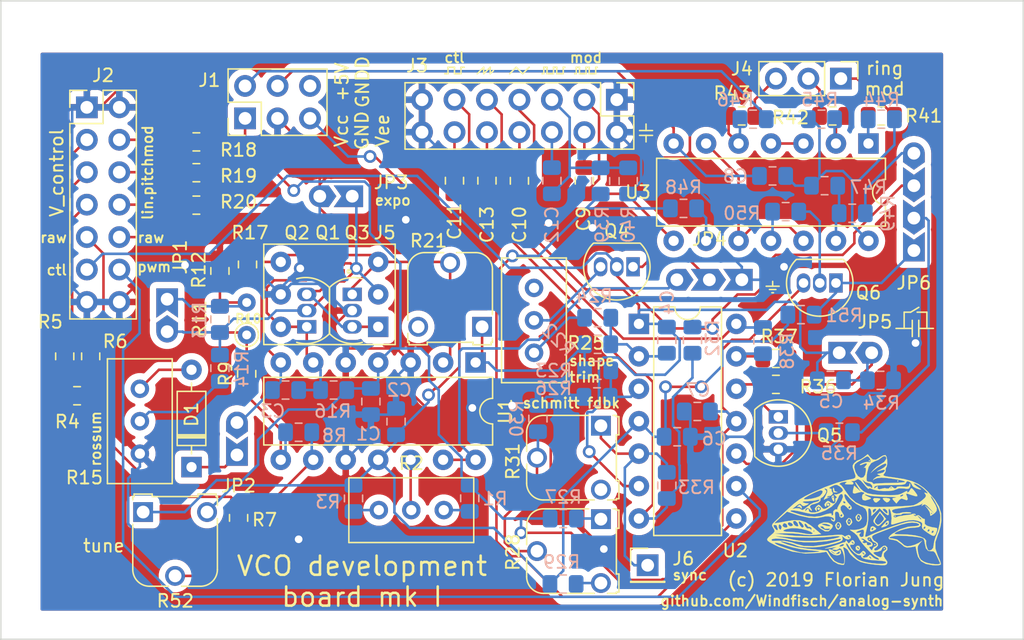
<source format=kicad_pcb>
(kicad_pcb (version 20171130) (host pcbnew 5.1.2)
  (layers (0 F.Cu signal) (31 B.Cu signal) (34 B.Paste user) (35 F.Paste user) (36 B.SilkS user) (37 F.SilkS user) (38 B.Mask user) (39 F.Mask user) (44 Edge.Cuts user))
  (net 0 "")
  (net 1 VCC)
  (net 2 VEE)
  (net 3 C1)
  (net 4 "Net-(C3-Pad1)")
  (net 5 "Net-(C4-Pad2)")
  (net 6 pulse)
  (net 7 sawtooth)
  (net 8 triangle)
  (net 9 square_ctl)
  (net 10 "Net-(D1-Pad2)")
  (net 11 "Net-(D1-Pad1)")
  (net 12 V_lin_pitchmod_1)
  (net 13 V_lin_pitchmod_2)
  (net 14 V_lin_pitchmod_3)
  (net 15 C2)
  (net 16 V_pwm)
  (net 17 ctl_override)
  (net 18 V_control_raw)
  (net 19 V_control_3)
  (net 20 V_control_2)
  (net 21 V_control)
  (net 22 "Net-(J4-Pad3)")
  (net 23 "Net-(J4-Pad2)")
  (net 24 "Net-(J4-Pad1)")
  (net 25 E)
  (net 26 B1)
  (net 27 "Net-(JP4-Pad2)")
  (net 28 "Net-(Q4-Pad3)")
  (net 29 "Net-(Q5-Pad1)")
  (net 30 "Net-(Q5-Pad2)")
  (net 31 "Net-(R1-Pad2)")
  (net 32 V_tune)
  (net 33 "Net-(JP1-Pad1)")
  (net 34 "Net-(R10-Pad1)")
  (net 35 V_expo)
  (net 36 saw_ctl)
  (net 37 "Net-(R36-Pad2)")
  (net 38 var_vsource)
  (net 39 "Net-(U3-Pad3)")
  (net 40 GND)
  (net 41 "Net-(C5-Pad1)")
  (net 42 +5V)
  (net 43 GNDD)
  (net 44 "Net-(C9-Pad2)")
  (net 45 rmpulse)
  (net 46 "Net-(C10-Pad2)")
  (net 47 "Net-(C11-Pad2)")
  (net 48 "Net-(C12-Pad2)")
  (net 49 "Net-(C13-Pad2)")
  (net 50 "Net-(J6-Pad1)")
  (net 51 "Net-(JP6-Pad4)")
  (net 52 "Net-(JP6-Pad1)")
  (net 53 "Net-(Q6-Pad2)")
  (net 54 "Net-(R2-Pad3)")
  (net 55 "Net-(R2-Pad2)")
  (net 56 "Net-(R8-Pad2)")
  (net 57 "Net-(R14-Pad2)")
  (net 58 "Net-(R23-Pad1)")
  (net 59 "Net-(R24-Pad1)")
  (net 60 "Net-(R27-Pad1)")
  (net 61 "Net-(R28-Pad2)")
  (net 62 "Net-(R28-Pad3)")
  (net 63 "Net-(R40-Pad2)")
  (net 64 "Net-(R41-Pad1)")
  (net 65 "Net-(R42-Pad1)")
  (net 66 "Net-(R43-Pad1)")
  (net 67 "Net-(R47-Pad1)")
  (net 68 "Net-(R48-Pad1)")
  (net 69 "Net-(R50-Pad2)")
  (net 70 "Net-(U3-Pad10)")
  (module Package_TO_SOT_THT:TO-92_Inline (layer F.Cu) (at 196.4055 149.9235 270)
    (fp_text reference Q5 (at 1.4605 -4.0005 180) (layer F.SilkS))
    (fp_text value BC547)
    (pad 1 thru_hole rect (at 0 0 270) (size 1.05 1.5) (drill 0.75) (layers *.Cu *.Mask) (net 29 "Net-(Q5-Pad1)"))
    (pad 3 thru_hole oval (at 2.54 0 270) (size 1.05 1.5) (drill 0.75) (layers *.Cu *.Mask) (net 40 GND))
    (pad 2 thru_hole oval (at 1.27 0 270) (size 1.05 1.5) (drill 0.75) (layers *.Cu *.Mask) (net 30 "Net-(Q5-Pad2)"))
  )
  (module Package_DIP:DIP-6_W7.62mm_Socket (layer F.Cu) (at 165.1 142.875 180)
    (fp_text reference J5 (at -0.508 7.366) (layer F.SilkS))
    (fp_text value "BCM847 breakout socket")
    (pad 6 thru_hole oval (at 7.62 0 180) (size 1.6 1.6) (drill 0.8) (layers *.Cu *.Mask) (net 3 C1))
    (pad 3 thru_hole oval (at 0 5.08 180) (size 1.6 1.6) (drill 0.8) (layers *.Cu *.Mask) (net 15 C2))
    (pad 5 thru_hole oval (at 7.62 2.54 180) (size 1.6 1.6) (drill 0.8) (layers *.Cu *.Mask) (net 40 GND))
    (pad 2 thru_hole oval (at 0 2.54 180) (size 1.6 1.6) (drill 0.8) (layers *.Cu *.Mask) (net 26 B1))
    (pad 4 thru_hole oval (at 7.62 5.08 180) (size 1.6 1.6) (drill 0.8) (layers *.Cu *.Mask) (net 25 E))
    (pad 1 thru_hole rect (at 0 0 180) (size 1.6 1.6) (drill 0.8) (layers *.Cu *.Mask) (net 25 E))
  )
  (module Package_TO_SOT_SMD:SOT-363_SC-70-6 (layer F.Cu) (at 161.224 137.907 180)
    (fp_text reference Q1 (at 0.061 2.398 180) (layer F.SilkS))
    (fp_text value BCM847)
    (pad 6 smd rect (at 0.95 -0.65 180) (size 0.65 0.4) (layers F.Cu F.Paste F.Mask) (net 3 C1))
    (pad 4 smd rect (at 0.95 0.65 180) (size 0.65 0.4) (layers F.Cu F.Paste F.Mask) (net 25 E))
    (pad 2 smd rect (at -0.95 0 180) (size 0.65 0.4) (layers F.Cu F.Paste F.Mask) (net 26 B1))
    (pad 5 smd rect (at 0.95 0 180) (size 0.65 0.4) (layers F.Cu F.Paste F.Mask) (net 40 GND))
    (pad 3 smd rect (at -0.95 0.65 180) (size 0.65 0.4) (layers F.Cu F.Paste F.Mask) (net 15 C2))
    (pad 1 smd rect (at -0.95 -0.65 180) (size 0.65 0.4) (layers F.Cu F.Paste F.Mask) (net 25 E))
  )
  (module footprints:TO-92_Inline_alt (layer F.Cu) (at 163.068 140.335 270)
    (fp_text reference Q3 (at -4.826 -0.381 180) (layer F.SilkS))
    (fp_text value BC547)
    (pad 2 thru_hole oval (at 1.27 0 270) (size 1.05 1.5) (drill 0.75) (layers *.Cu *.Mask) (net 40 GND))
    (pad 3 thru_hole oval (at 2.54 0 270) (size 1.05 1.5) (drill 0.75) (layers *.Cu *.Mask) (net 25 E))
    (pad 1 thru_hole rect (at 0 0 270) (size 1.05 1.5) (drill 0.75) (layers *.Cu *.Mask) (net 15 C2))
  )
  (module footprints:TO-92_Inline_alt (layer F.Cu) (at 159.512 142.875 90)
    (fp_text reference Q2 (at 7.366 -0.762 180) (layer F.SilkS))
    (fp_text value BC547)
    (pad 2 thru_hole oval (at 1.27 0 90) (size 1.05 1.5) (drill 0.75) (layers *.Cu *.Mask) (net 26 B1))
    (pad 3 thru_hole oval (at 2.54 0 90) (size 1.05 1.5) (drill 0.75) (layers *.Cu *.Mask) (net 25 E))
    (pad 1 thru_hole rect (at 0 0 90) (size 1.05 1.5) (drill 0.75) (layers *.Cu *.Mask) (net 3 C1))
  )
  (module windfisch:windfisch_smaller (layer F.Cu) (at 202.311 157.226)
    (fp_text reference G*** hide)
    (fp_text value LOGO hide)
  )
  (module Resistor_SMD:R_0805_2012Metric_Pad1.15x1.40mm_HandSolder (layer B.Cu) (at 182.2196 148.3614)
    (fp_text reference R26 (at -3.4036 -0.6604) (layer B.SilkS) (effects (justify mirror)))
    (fp_text value 47k)
    (pad 2 smd roundrect (at 1.025 0) (size 1.15 1.4) (layers B.Cu B.Paste B.Mask) (roundrect_rratio 0.217391) (net 58 "Net-(R23-Pad1)"))
    (pad 1 smd roundrect (at -1.025 0) (size 1.15 1.4) (layers B.Cu B.Paste B.Mask) (roundrect_rratio 0.217391) (net 40 GND))
  )
  (module Potentiometer_THT:Potentiometer_Bourns_3296W_Vertical (layer F.Cu) (at 177.292 144.907 270)
    (fp_text reference R25 (at -0.762 -4.064 180) (layer F.SilkS))
    (fp_text value 10k)
    (pad 3 thru_hole circle (at -5.08 0 270) (size 1.44 1.44) (drill 0.8) (layers *.Cu *.Mask))
    (pad 2 thru_hole circle (at -2.54 0 270) (size 1.44 1.44) (drill 0.8) (layers *.Cu *.Mask) (net 28 "Net-(Q4-Pad3)"))
    (pad 1 thru_hole circle (at 0 0 270) (size 1.44 1.44) (drill 0.8) (layers *.Cu *.Mask) (net 59 "Net-(R24-Pad1)"))
  )
  (module Resistor_SMD:R_0805_2012Metric_Pad1.15x1.40mm_HandSolder (layer F.Cu) (at 150.876 133.35)
    (fp_text reference R20 (at 3.302 -0.254) (layer F.SilkS))
    (fp_text value TODO)
    (pad 2 smd roundrect (at 1.025 0) (size 1.15 1.4) (layers F.Cu F.Paste F.Mask) (roundrect_rratio 0.217391) (net 15 C2))
    (pad 1 smd roundrect (at -1.025 0) (size 1.15 1.4) (layers F.Cu F.Paste F.Mask) (roundrect_rratio 0.217391) (net 14 V_lin_pitchmod_3))
  )
  (module Resistor_SMD:R_0805_2012Metric_Pad1.15x1.40mm_HandSolder (layer F.Cu) (at 150.876 130.81)
    (fp_text reference R19 (at 3.302 0.254) (layer F.SilkS))
    (fp_text value TODO)
    (pad 2 smd roundrect (at 1.025 0) (size 1.15 1.4) (layers F.Cu F.Paste F.Mask) (roundrect_rratio 0.217391) (net 15 C2))
    (pad 1 smd roundrect (at -1.025 0) (size 1.15 1.4) (layers F.Cu F.Paste F.Mask) (roundrect_rratio 0.217391) (net 13 V_lin_pitchmod_2))
  )
  (module Resistor_SMD:R_0805_2012Metric_Pad1.15x1.40mm_HandSolder (layer F.Cu) (at 150.876 128.397)
    (fp_text reference R18 (at 3.302 0.635) (layer F.SilkS))
    (fp_text value TODO)
    (pad 2 smd roundrect (at 1.025 0) (size 1.15 1.4) (layers F.Cu F.Paste F.Mask) (roundrect_rratio 0.217391) (net 15 C2))
    (pad 1 smd roundrect (at -1.025 0) (size 1.15 1.4) (layers F.Cu F.Paste F.Mask) (roundrect_rratio 0.217391) (net 12 V_lin_pitchmod_1))
  )
  (module Connector_PinHeader_2.54mm:PinHeader_2x07_P2.54mm_Vertical (layer F.Cu) (at 183.769 125.095 270)
    (fp_text reference J3 (at -2.667 15.621 180) (layer F.SilkS))
    (fp_text value "signal out")
    (pad 14 thru_hole oval (at 2.54 15.24 270) (size 1.7 1.7) (drill 1) (layers *.Cu *.Mask) (net 40 GND))
    (pad 13 thru_hole oval (at 0 15.24 270) (size 1.7 1.7) (drill 1) (layers *.Cu *.Mask) (net 40 GND))
    (pad 12 thru_hole oval (at 2.54 12.7 270) (size 1.7 1.7) (drill 1) (layers *.Cu *.Mask) (net 47 "Net-(C11-Pad2)"))
    (pad 11 thru_hole oval (at 0 12.7 270) (size 1.7 1.7) (drill 1) (layers *.Cu *.Mask) (net 9 square_ctl))
    (pad 10 thru_hole oval (at 2.54 10.16 270) (size 1.7 1.7) (drill 1) (layers *.Cu *.Mask) (net 49 "Net-(C13-Pad2)"))
    (pad 9 thru_hole oval (at 0 10.16 270) (size 1.7 1.7) (drill 1) (layers *.Cu *.Mask) (net 7 sawtooth))
    (pad 8 thru_hole oval (at 2.54 7.62 270) (size 1.7 1.7) (drill 1) (layers *.Cu *.Mask) (net 46 "Net-(C10-Pad2)"))
    (pad 7 thru_hole oval (at 0 7.62 270) (size 1.7 1.7) (drill 1) (layers *.Cu *.Mask) (net 8 triangle))
    (pad 6 thru_hole oval (at 2.54 5.08 270) (size 1.7 1.7) (drill 1) (layers *.Cu *.Mask) (net 48 "Net-(C12-Pad2)"))
    (pad 5 thru_hole oval (at 0 5.08 270) (size 1.7 1.7) (drill 1) (layers *.Cu *.Mask) (net 6 pulse))
    (pad 4 thru_hole oval (at 2.54 2.54 270) (size 1.7 1.7) (drill 1) (layers *.Cu *.Mask) (net 44 "Net-(C9-Pad2)"))
    (pad 3 thru_hole oval (at 0 2.54 270) (size 1.7 1.7) (drill 1) (layers *.Cu *.Mask) (net 45 rmpulse))
    (pad 2 thru_hole oval (at 2.54 0 270) (size 1.7 1.7) (drill 1) (layers *.Cu *.Mask) (net 40 GND))
    (pad 1 thru_hole rect (at 0 0 270) (size 1.7 1.7) (drill 1) (layers *.Cu *.Mask) (net 40 GND))
  )
  (module Connector_PinHeader_2.54mm:PinHeader_2x07_P2.54mm_Vertical (layer F.Cu) (at 142.307 125.691)
    (fp_text reference J2 (at 1.27 -2.501) (layer F.SilkS))
    (fp_text value "control in")
    (pad 14 thru_hole oval (at 2.54 15.24) (size 1.7 1.7) (drill 1) (layers *.Cu *.Mask) (net 40 GND))
    (pad 13 thru_hole oval (at 0 15.24) (size 1.7 1.7) (drill 1) (layers *.Cu *.Mask) (net 40 GND))
    (pad 12 thru_hole oval (at 2.54 12.7) (size 1.7 1.7) (drill 1) (layers *.Cu *.Mask) (net 16 V_pwm))
    (pad 11 thru_hole oval (at 0 12.7) (size 1.7 1.7) (drill 1) (layers *.Cu *.Mask) (net 17 ctl_override))
    (pad 10 thru_hole oval (at 2.54 10.16) (size 1.7 1.7) (drill 1) (layers *.Cu *.Mask) (net 15 C2))
    (pad 9 thru_hole oval (at 0 10.16) (size 1.7 1.7) (drill 1) (layers *.Cu *.Mask) (net 18 V_control_raw))
    (pad 8 thru_hole oval (at 2.54 7.62) (size 1.7 1.7) (drill 1) (layers *.Cu *.Mask) (net 14 V_lin_pitchmod_3))
    (pad 7 thru_hole oval (at 0 7.62) (size 1.7 1.7) (drill 1) (layers *.Cu *.Mask) (net 19 V_control_3))
    (pad 6 thru_hole oval (at 2.54 5.08) (size 1.7 1.7) (drill 1) (layers *.Cu *.Mask) (net 13 V_lin_pitchmod_2))
    (pad 5 thru_hole oval (at 0 5.08) (size 1.7 1.7) (drill 1) (layers *.Cu *.Mask) (net 20 V_control_2))
    (pad 4 thru_hole oval (at 2.54 2.54) (size 1.7 1.7) (drill 1) (layers *.Cu *.Mask) (net 12 V_lin_pitchmod_1))
    (pad 3 thru_hole oval (at 0 2.54) (size 1.7 1.7) (drill 1) (layers *.Cu *.Mask) (net 21 V_control))
    (pad 2 thru_hole oval (at 2.54 0) (size 1.7 1.7) (drill 1) (layers *.Cu *.Mask) (net 40 GND))
    (pad 1 thru_hole rect (at 0 0) (size 1.7 1.7) (drill 1) (layers *.Cu *.Mask) (net 40 GND))
  )
  (module Connector_PinHeader_2.54mm:PinHeader_2x03_P2.54mm_Vertical (layer F.Cu) (at 154.686 126.5555 90)
    (fp_text reference J1 (at 2.9845 -2.794 180) (layer F.SilkS))
    (fp_text value "power supply")
    (pad 6 thru_hole oval (at 2.54 5.08 90) (size 1.7 1.7) (drill 1) (layers *.Cu *.Mask))
    (pad 5 thru_hole oval (at 0 5.08 90) (size 1.7 1.7) (drill 1) (layers *.Cu *.Mask) (net 2 VEE))
    (pad 4 thru_hole oval (at 2.54 2.54 90) (size 1.7 1.7) (drill 1) (layers *.Cu *.Mask) (net 43 GNDD))
    (pad 3 thru_hole oval (at 0 2.54 90) (size 1.7 1.7) (drill 1) (layers *.Cu *.Mask) (net 40 GND))
    (pad 2 thru_hole oval (at 2.54 0 90) (size 1.7 1.7) (drill 1) (layers *.Cu *.Mask) (net 42 +5V))
    (pad 1 thru_hole rect (at 0 0 90) (size 1.7 1.7) (drill 1) (layers *.Cu *.Mask) (net 1 VCC))
  )
  (module Capacitor_SMD:C_0805_2012Metric_Pad1.15x1.40mm_HandSolder (layer F.Cu) (at 173.609 131.436 90)
    (fp_text reference C13 (at -3.438 0 270) (layer F.SilkS))
    (fp_text value 100n)
    (pad 2 smd roundrect (at 1.025 0 90) (size 1.15 1.4) (layers F.Cu F.Paste F.Mask) (roundrect_rratio 0.217391) (net 49 "Net-(C13-Pad2)"))
    (pad 1 smd roundrect (at -1.025 0 90) (size 1.15 1.4) (layers F.Cu F.Paste F.Mask) (roundrect_rratio 0.217391) (net 7 sawtooth))
  )
  (module Capacitor_SMD:C_0805_2012Metric_Pad1.15x1.40mm_HandSolder (layer B.Cu) (at 178.689 131.436 90)
    (fp_text reference C12 (at -3.438 0 270) (layer B.SilkS) (effects (justify mirror)))
    (fp_text value 100n)
    (pad 2 smd roundrect (at 1.025 0 90) (size 1.15 1.4) (layers B.Cu B.Paste B.Mask) (roundrect_rratio 0.217391) (net 48 "Net-(C12-Pad2)"))
    (pad 1 smd roundrect (at -1.025 0 90) (size 1.15 1.4) (layers B.Cu B.Paste B.Mask) (roundrect_rratio 0.217391) (net 6 pulse))
  )
  (module Capacitor_SMD:C_0805_2012Metric_Pad1.15x1.40mm_HandSolder (layer F.Cu) (at 171.069 131.436 90)
    (fp_text reference C11 (at -3.184 0 90) (layer F.SilkS))
    (fp_text value 100n)
    (pad 2 smd roundrect (at 1.025 0 90) (size 1.15 1.4) (layers F.Cu F.Paste F.Mask) (roundrect_rratio 0.217391) (net 47 "Net-(C11-Pad2)"))
    (pad 1 smd roundrect (at -1.025 0 90) (size 1.15 1.4) (layers F.Cu F.Paste F.Mask) (roundrect_rratio 0.217391) (net 9 square_ctl))
  )
  (module Capacitor_SMD:C_0805_2012Metric_Pad1.15x1.40mm_HandSolder (layer F.Cu) (at 176.149 131.445 90)
    (fp_text reference C10 (at -3.429 0 270) (layer F.SilkS))
    (fp_text value 100n)
    (pad 2 smd roundrect (at 1.025 0 90) (size 1.15 1.4) (layers F.Cu F.Paste F.Mask) (roundrect_rratio 0.217391) (net 46 "Net-(C10-Pad2)"))
    (pad 1 smd roundrect (at -1.025 0 90) (size 1.15 1.4) (layers F.Cu F.Paste F.Mask) (roundrect_rratio 0.217391) (net 8 triangle))
  )
  (module Capacitor_SMD:C_0805_2012Metric_Pad1.15x1.40mm_HandSolder (layer F.Cu) (at 181.229 131.436 90)
    (fp_text reference C9 (at -2.9935 -0.0635 90) (layer F.SilkS))
    (fp_text value 100n)
    (pad 2 smd roundrect (at 1.025 0 90) (size 1.15 1.4) (layers F.Cu F.Paste F.Mask) (roundrect_rratio 0.217391) (net 44 "Net-(C9-Pad2)"))
    (pad 1 smd roundrect (at -1.025 0 90) (size 1.15 1.4) (layers F.Cu F.Paste F.Mask) (roundrect_rratio 0.217391) (net 45 rmpulse))
  )
  (module Package_DIP:DIP-14_W7.62mm (layer F.Cu) (at 203.454 128.524 270)
    (fp_text reference U3 (at 3.81 18.034 180) (layer F.SilkS))
    (fp_text value 74HC86)
    (pad 14 thru_hole oval (at 7.62 0 270) (size 1.6 1.6) (drill 0.8) (layers *.Cu *.Mask) (net 42 +5V))
    (pad 7 thru_hole oval (at 0 15.24 270) (size 1.6 1.6) (drill 0.8) (layers *.Cu *.Mask) (net 43 GNDD))
    (pad 13 thru_hole oval (at 7.62 2.54 270) (size 1.6 1.6) (drill 0.8) (layers *.Cu *.Mask) (net 67 "Net-(R47-Pad1)"))
    (pad 6 thru_hole oval (at 0 12.7 270) (size 1.6 1.6) (drill 0.8) (layers *.Cu *.Mask) (net 70 "Net-(U3-Pad10)"))
    (pad 12 thru_hole oval (at 7.62 5.08 270) (size 1.6 1.6) (drill 0.8) (layers *.Cu *.Mask) (net 70 "Net-(U3-Pad10)"))
    (pad 5 thru_hole oval (at 0 10.16 270) (size 1.6 1.6) (drill 0.8) (layers *.Cu *.Mask) (net 66 "Net-(R43-Pad1)"))
    (pad 11 thru_hole oval (at 7.62 7.62 270) (size 1.6 1.6) (drill 0.8) (layers *.Cu *.Mask) (net 69 "Net-(R50-Pad2)"))
    (pad 4 thru_hole oval (at 0 7.62 270) (size 1.6 1.6) (drill 0.8) (layers *.Cu *.Mask) (net 39 "Net-(U3-Pad3)"))
    (pad 10 thru_hole oval (at 7.62 10.16 270) (size 1.6 1.6) (drill 0.8) (layers *.Cu *.Mask) (net 70 "Net-(U3-Pad10)"))
    (pad 3 thru_hole oval (at 0 5.08 270) (size 1.6 1.6) (drill 0.8) (layers *.Cu *.Mask) (net 39 "Net-(U3-Pad3)"))
    (pad 9 thru_hole oval (at 7.62 12.7 270) (size 1.6 1.6) (drill 0.8) (layers *.Cu *.Mask) (net 68 "Net-(R48-Pad1)"))
    (pad 2 thru_hole oval (at 0 2.54 270) (size 1.6 1.6) (drill 0.8) (layers *.Cu *.Mask) (net 65 "Net-(R42-Pad1)"))
    (pad 8 thru_hole oval (at 7.62 15.24 270) (size 1.6 1.6) (drill 0.8) (layers *.Cu *.Mask) (net 45 rmpulse))
    (pad 1 thru_hole rect (at 0 0 270) (size 1.6 1.6) (drill 0.8) (layers *.Cu *.Mask) (net 64 "Net-(R41-Pad1)"))
  )
  (module Package_DIP:DIP-14_W7.62mm (layer F.Cu) (at 185.4962 142.6464)
    (fp_text reference U2 (at 7.5438 17.7546) (layer F.SilkS))
    (fp_text value LM324)
    (pad 14 thru_hole oval (at 7.62 0) (size 1.6 1.6) (drill 0.8) (layers *.Cu *.Mask) (net 7 sawtooth))
    (pad 7 thru_hole oval (at 0 15.24) (size 1.6 1.6) (drill 0.8) (layers *.Cu *.Mask) (net 9 square_ctl))
    (pad 13 thru_hole oval (at 7.62 2.54) (size 1.6 1.6) (drill 0.8) (layers *.Cu *.Mask) (net 37 "Net-(R36-Pad2)"))
    (pad 6 thru_hole oval (at 0 12.7) (size 1.6 1.6) (drill 0.8) (layers *.Cu *.Mask) (net 8 triangle))
    (pad 12 thru_hole oval (at 7.62 5.08) (size 1.6 1.6) (drill 0.8) (layers *.Cu *.Mask) (net 29 "Net-(Q5-Pad1)"))
    (pad 5 thru_hole oval (at 0 10.16) (size 1.6 1.6) (drill 0.8) (layers *.Cu *.Mask) (net 50 "Net-(J6-Pad1)"))
    (pad 11 thru_hole oval (at 7.62 7.62) (size 1.6 1.6) (drill 0.8) (layers *.Cu *.Mask) (net 1 VCC))
    (pad 4 thru_hole oval (at 0 7.62) (size 1.6 1.6) (drill 0.8) (layers *.Cu *.Mask) (net 2 VEE))
    (pad 10 thru_hole oval (at 7.62 10.16) (size 1.6 1.6) (drill 0.8) (layers *.Cu *.Mask) (net 41 "Net-(C5-Pad1)"))
    (pad 3 thru_hole oval (at 0 5.08) (size 1.6 1.6) (drill 0.8) (layers *.Cu *.Mask) (net 58 "Net-(R23-Pad1)"))
    (pad 9 thru_hole oval (at 7.62 12.7) (size 1.6 1.6) (drill 0.8) (layers *.Cu *.Mask) (net 16 V_pwm))
    (pad 2 thru_hole oval (at 0 2.54) (size 1.6 1.6) (drill 0.8) (layers *.Cu *.Mask) (net 5 "Net-(C4-Pad2)"))
    (pad 8 thru_hole oval (at 7.62 15.24) (size 1.6 1.6) (drill 0.8) (layers *.Cu *.Mask) (net 63 "Net-(R40-Pad2)"))
    (pad 1 thru_hole rect (at 0 0) (size 1.6 1.6) (drill 0.8) (layers *.Cu *.Mask) (net 8 triangle))
  )
  (module Package_DIP:DIP-14_W7.62mm (layer F.Cu) (at 172.72 145.669 270)
    (fp_text reference U1 (at 3.81 -2.33 90) (layer F.SilkS))
    (fp_text value LM324)
    (pad 14 thru_hole oval (at 7.62 0 270) (size 1.6 1.6) (drill 0.8) (layers *.Cu *.Mask) (net 38 var_vsource))
    (pad 7 thru_hole oval (at 0 15.24 270) (size 1.6 1.6) (drill 0.8) (layers *.Cu *.Mask) (net 4 "Net-(C3-Pad1)"))
    (pad 13 thru_hole oval (at 7.62 2.54 270) (size 1.6 1.6) (drill 0.8) (layers *.Cu *.Mask) (net 38 var_vsource))
    (pad 6 thru_hole oval (at 0 12.7 270) (size 1.6 1.6) (drill 0.8) (layers *.Cu *.Mask) (net 3 C1))
    (pad 12 thru_hole oval (at 7.62 5.08 270) (size 1.6 1.6) (drill 0.8) (layers *.Cu *.Mask) (net 55 "Net-(R2-Pad2)"))
    (pad 5 thru_hole oval (at 0 10.16 270) (size 1.6 1.6) (drill 0.8) (layers *.Cu *.Mask) (net 40 GND))
    (pad 11 thru_hole oval (at 7.62 7.62 270) (size 1.6 1.6) (drill 0.8) (layers *.Cu *.Mask) (net 2 VEE))
    (pad 4 thru_hole oval (at 0 7.62 270) (size 1.6 1.6) (drill 0.8) (layers *.Cu *.Mask) (net 1 VCC))
    (pad 10 thru_hole oval (at 7.62 10.16 270) (size 1.6 1.6) (drill 0.8) (layers *.Cu *.Mask) (net 40 GND))
    (pad 3 thru_hole oval (at 0 5.08 270) (size 1.6 1.6) (drill 0.8) (layers *.Cu *.Mask) (net 40 GND))
    (pad 9 thru_hole oval (at 7.62 12.7 270) (size 1.6 1.6) (drill 0.8) (layers *.Cu *.Mask) (net 18 V_control_raw))
    (pad 2 thru_hole oval (at 0 2.54 270) (size 1.6 1.6) (drill 0.8) (layers *.Cu *.Mask) (net 15 C2))
    (pad 8 thru_hole oval (at 7.62 15.24 270) (size 1.6 1.6) (drill 0.8) (layers *.Cu *.Mask) (net 56 "Net-(R8-Pad2)"))
    (pad 1 thru_hole rect (at 0 0 270) (size 1.6 1.6) (drill 0.8) (layers *.Cu *.Mask) (net 35 V_expo))
  )
  (module Potentiometer_THT:Potentiometer_Runtron_RM-065_Vertical (layer F.Cu) (at 146.7104 157.3784)
    (fp_text reference R52 (at 2.5146 6.9596) (layer F.SilkS))
    (fp_text value 1k)
    (pad 2 thru_hole circle (at 2.5 5) (size 1.55 1.55) (drill 1) (layers *.Cu *.Mask) (net 32 V_tune))
    (pad 1 thru_hole rect (at 0 0) (size 1.55 1.55) (drill 1) (layers *.Cu *.Mask) (net 1 VCC))
    (pad 3 thru_hole circle (at 5 0) (size 1.55 1.55) (drill 1) (layers *.Cu *.Mask) (net 2 VEE))
  )
  (module Resistor_SMD:R_0805_2012Metric_Pad1.15x1.40mm_HandSolder (layer B.Cu) (at 198.1745 141.9225)
    (fp_text reference R51 (at 3.3745 0.0635) (layer B.SilkS) (effects (justify mirror)))
    (fp_text value 10k)
    (pad 2 smd roundrect (at 1.025 0) (size 1.15 1.4) (layers B.Cu B.Paste B.Mask) (roundrect_rratio 0.217391) (net 52 "Net-(JP6-Pad1)"))
    (pad 1 smd roundrect (at -1.025 0) (size 1.15 1.4) (layers B.Cu B.Paste B.Mask) (roundrect_rratio 0.217391) (net 2 VEE))
  )
  (module Resistor_SMD:R_0805_2012Metric_Pad1.15x1.40mm_HandSolder (layer B.Cu) (at 196.977 133.858 180)
    (fp_text reference R50 (at 3.429 -0.127) (layer B.SilkS) (effects (justify mirror)))
    (fp_text value 10k)
    (pad 2 smd roundrect (at 1.025 0 180) (size 1.15 1.4) (layers B.Cu B.Paste B.Mask) (roundrect_rratio 0.217391) (net 69 "Net-(R50-Pad2)"))
    (pad 1 smd roundrect (at -1.025 0 180) (size 1.15 1.4) (layers B.Cu B.Paste B.Mask) (roundrect_rratio 0.217391) (net 53 "Net-(Q6-Pad2)"))
  )
  (module Resistor_SMD:R_0805_2012Metric_Pad1.15x1.40mm_HandSolder (layer B.Cu) (at 202.184 133.985 180)
    (fp_text reference R49 (at -2.794 0 90) (layer B.SilkS) (effects (justify mirror)))
    (fp_text value 10k)
    (pad 2 smd roundrect (at 1.025 0 180) (size 1.15 1.4) (layers B.Cu B.Paste B.Mask) (roundrect_rratio 0.217391) (net 67 "Net-(R47-Pad1)"))
    (pad 1 smd roundrect (at -1.025 0 180) (size 1.15 1.4) (layers B.Cu B.Paste B.Mask) (roundrect_rratio 0.217391) (net 51 "Net-(JP6-Pad4)"))
  )
  (module Resistor_SMD:R_0805_2012Metric_Pad1.15x1.40mm_HandSolder (layer B.Cu) (at 188.985 133.604 180)
    (fp_text reference R48 (at 0 1.65 180) (layer B.SilkS) (effects (justify mirror)))
    (fp_text value 10k)
    (pad 2 smd roundrect (at 1.025 0 180) (size 1.15 1.4) (layers B.Cu B.Paste B.Mask) (roundrect_rratio 0.217391) (net 63 "Net-(R40-Pad2)"))
    (pad 1 smd roundrect (at -1.025 0 180) (size 1.15 1.4) (layers B.Cu B.Paste B.Mask) (roundrect_rratio 0.217391) (net 68 "Net-(R48-Pad1)"))
  )
  (module Resistor_SMD:R_0805_2012Metric_Pad1.15x1.40mm_HandSolder (layer B.Cu) (at 200.025 131.826 180)
    (fp_text reference R47 (at -3.429 -0.127) (layer B.SilkS) (effects (justify mirror)))
    (fp_text value 100k)
    (pad 2 smd roundrect (at 1.025 0 180) (size 1.15 1.4) (layers B.Cu B.Paste B.Mask) (roundrect_rratio 0.217391) (net 42 +5V))
    (pad 1 smd roundrect (at -1.025 0 180) (size 1.15 1.4) (layers B.Cu B.Paste B.Mask) (roundrect_rratio 0.217391) (net 67 "Net-(R47-Pad1)"))
  )
  (module Resistor_SMD:R_0805_2012Metric_Pad1.15x1.40mm_HandSolder (layer B.Cu) (at 194.428 126.619)
    (fp_text reference R46 (at -1.388 -1.524) (layer B.SilkS) (effects (justify mirror)))
    (fp_text value 100k)
    (pad 2 smd roundrect (at 1.025 0) (size 1.15 1.4) (layers B.Cu B.Paste B.Mask) (roundrect_rratio 0.217391) (net 42 +5V))
    (pad 1 smd roundrect (at -1.025 0) (size 1.15 1.4) (layers B.Cu B.Paste B.Mask) (roundrect_rratio 0.217391) (net 66 "Net-(R43-Pad1)"))
  )
  (module Resistor_SMD:R_0805_2012Metric_Pad1.15x1.40mm_HandSolder (layer B.Cu) (at 199.78 126.619 180)
    (fp_text reference R45 (at 0.136 1.524) (layer B.SilkS) (effects (justify mirror)))
    (fp_text value 100k)
    (pad 2 smd roundrect (at 1.025 0 180) (size 1.15 1.4) (layers B.Cu B.Paste B.Mask) (roundrect_rratio 0.217391) (net 42 +5V))
    (pad 1 smd roundrect (at -1.025 0 180) (size 1.15 1.4) (layers B.Cu B.Paste B.Mask) (roundrect_rratio 0.217391) (net 65 "Net-(R42-Pad1)"))
  )
  (module Resistor_SMD:R_0805_2012Metric_Pad1.15x1.40mm_HandSolder (layer B.Cu) (at 204.461 126.619)
    (fp_text reference R44 (at 0.009 -1.524) (layer B.SilkS) (effects (justify mirror)))
    (fp_text value 100k)
    (pad 2 smd roundrect (at 1.025 0) (size 1.15 1.4) (layers B.Cu B.Paste B.Mask) (roundrect_rratio 0.217391) (net 42 +5V))
    (pad 1 smd roundrect (at -1.025 0) (size 1.15 1.4) (layers B.Cu B.Paste B.Mask) (roundrect_rratio 0.217391) (net 64 "Net-(R41-Pad1)"))
  )
  (module Resistor_SMD:R_0805_2012Metric_Pad1.15x1.40mm_HandSolder (layer F.Cu) (at 193.539 126.365)
    (fp_text reference R43 (at -0.753 -1.778) (layer F.SilkS))
    (fp_text value 10k)
    (pad 2 smd roundrect (at 1.025 0) (size 1.15 1.4) (layers F.Cu F.Paste F.Mask) (roundrect_rratio 0.217391) (net 22 "Net-(J4-Pad3)"))
    (pad 1 smd roundrect (at -1.025 0) (size 1.15 1.4) (layers F.Cu F.Paste F.Mask) (roundrect_rratio 0.217391) (net 66 "Net-(R43-Pad1)"))
  )
  (module Resistor_SMD:R_0805_2012Metric_Pad1.15x1.40mm_HandSolder (layer F.Cu) (at 200.651 126.365 180)
    (fp_text reference R42 (at 3.293 -0.127 180) (layer F.SilkS))
    (fp_text value 10k)
    (pad 1 smd roundrect (at -1.025 0 180) (size 1.15 1.4) (layers F.Cu F.Paste F.Mask) (roundrect_rratio 0.217391) (net 65 "Net-(R42-Pad1)"))
    (pad 2 smd roundrect (at 1.025 0 180) (size 1.15 1.4) (layers F.Cu F.Paste F.Mask) (roundrect_rratio 0.217391) (net 23 "Net-(J4-Pad2)"))
  )
  (module Resistor_SMD:R_0805_2012Metric_Pad1.15x1.40mm_HandSolder (layer F.Cu) (at 204.461 126.365)
    (fp_text reference R41 (at 3.311 0) (layer F.SilkS))
    (fp_text value 10k)
    (pad 2 smd roundrect (at 1.025 0) (size 1.15 1.4) (layers F.Cu F.Paste F.Mask) (roundrect_rratio 0.217391) (net 24 "Net-(J4-Pad1)"))
    (pad 1 smd roundrect (at -1.025 0) (size 1.15 1.4) (layers F.Cu F.Paste F.Mask) (roundrect_rratio 0.217391) (net 64 "Net-(R41-Pad1)"))
  )
  (module Resistor_SMD:R_0805_2012Metric_Pad1.15x1.40mm_HandSolder (layer B.Cu) (at 182.499 131.454 270)
    (fp_text reference R40 (at 3.42 -2.159 270) (layer B.SilkS) (effects (justify mirror)))
    (fp_text value 2.2k)
    (pad 2 smd roundrect (at 1.025 0 270) (size 1.15 1.4) (layers B.Cu B.Paste B.Mask) (roundrect_rratio 0.217391) (net 63 "Net-(R40-Pad2)"))
    (pad 1 smd roundrect (at -1.025 0 270) (size 1.15 1.4) (layers B.Cu B.Paste B.Mask) (roundrect_rratio 0.217391) (net 6 pulse))
  )
  (module Resistor_SMD:R_0805_2012Metric_Pad1.15x1.40mm_HandSolder (layer B.Cu) (at 184.658 131.454 90)
    (fp_text reference R39 (at -3.42 -2.032 90) (layer B.SilkS) (effects (justify mirror)))
    (fp_text value 1k)
    (pad 2 smd roundrect (at 1.025 0 90) (size 1.15 1.4) (layers B.Cu B.Paste B.Mask) (roundrect_rratio 0.217391) (net 6 pulse))
    (pad 1 smd roundrect (at -1.025 0 90) (size 1.15 1.4) (layers B.Cu B.Paste B.Mask) (roundrect_rratio 0.217391) (net 40 GND))
  )
  (module Resistor_SMD:R_0805_2012Metric_Pad1.15x1.40mm_HandSolder (layer B.Cu) (at 195.199 143.9545 90)
    (fp_text reference R38 (at -0.8255 1.905 270) (layer B.SilkS) (effects (justify mirror)))
    (fp_text value 100k)
    (pad 2 smd roundrect (at 1.025 0 90) (size 1.15 1.4) (layers B.Cu B.Paste B.Mask) (roundrect_rratio 0.217391) (net 7 sawtooth))
    (pad 1 smd roundrect (at -1.025 0 90) (size 1.15 1.4) (layers B.Cu B.Paste B.Mask) (roundrect_rratio 0.217391) (net 37 "Net-(R36-Pad2)"))
  )
  (module Resistor_SMD:R_0805_2012Metric_Pad1.15x1.40mm_HandSolder (layer F.Cu) (at 196.215 147.3835)
    (fp_text reference R37 (at 0.254 -3.7465) (layer F.SilkS))
    (fp_text value 100k)
    (pad 2 smd roundrect (at 1.025 0) (size 1.15 1.4) (layers F.Cu F.Paste F.Mask) (roundrect_rratio 0.217391) (net 41 "Net-(C5-Pad1)"))
    (pad 1 smd roundrect (at -1.025 0) (size 1.15 1.4) (layers F.Cu F.Paste F.Mask) (roundrect_rratio 0.217391) (net 29 "Net-(Q5-Pad1)"))
  )
  (module Resistor_SMD:R_0805_2012Metric_Pad1.15x1.40mm_HandSolder (layer F.Cu) (at 196.215 145.3515 180)
    (fp_text reference R36 (at -3.302 -2.2225) (layer F.SilkS))
    (fp_text value 100k)
    (pad 2 smd roundrect (at 1.025 0 180) (size 1.15 1.4) (layers F.Cu F.Paste F.Mask) (roundrect_rratio 0.217391) (net 37 "Net-(R36-Pad2)"))
    (pad 1 smd roundrect (at -1.025 0 180) (size 1.15 1.4) (layers F.Cu F.Paste F.Mask) (roundrect_rratio 0.217391) (net 41 "Net-(C5-Pad1)"))
  )
  (module Resistor_SMD:R_0805_2012Metric_Pad1.15x1.40mm_HandSolder (layer B.Cu) (at 201.177 151.13)
    (fp_text reference R35 (at 0 1.65) (layer B.SilkS) (effects (justify mirror)))
    (fp_text value 10k)
    (pad 2 smd roundrect (at 1.025 0) (size 1.15 1.4) (layers B.Cu B.Paste B.Mask) (roundrect_rratio 0.217391) (net 36 saw_ctl))
    (pad 1 smd roundrect (at -1.025 0) (size 1.15 1.4) (layers B.Cu B.Paste B.Mask) (roundrect_rratio 0.217391) (net 30 "Net-(Q5-Pad2)"))
  )
  (module Resistor_SMD:R_0805_2012Metric_Pad1.15x1.40mm_HandSolder (layer B.Cu) (at 204.3975 147.066)
    (fp_text reference R34 (at 0.0725 1.778) (layer B.SilkS) (effects (justify mirror)))
    (fp_text value none)
    (pad 2 smd roundrect (at 1.025 0) (size 1.15 1.4) (layers B.Cu B.Paste B.Mask) (roundrect_rratio 0.217391) (net 40 GND))
    (pad 1 smd roundrect (at -1.025 0) (size 1.15 1.4) (layers B.Cu B.Paste B.Mask) (roundrect_rratio 0.217391) (net 41 "Net-(C5-Pad1)"))
  )
  (module Resistor_SMD:R_0805_2012Metric_Pad1.15x1.40mm_HandSolder (layer B.Cu) (at 187.6806 155.2956 270)
    (fp_text reference R33 (at 0.1524 -2.3114) (layer B.SilkS) (effects (justify mirror)))
    (fp_text value 100k)
    (pad 2 smd roundrect (at 1.025 0 270) (size 1.15 1.4) (layers B.Cu B.Paste B.Mask) (roundrect_rratio 0.217391) (net 9 square_ctl))
    (pad 1 smd roundrect (at -1.025 0 270) (size 1.15 1.4) (layers B.Cu B.Paste B.Mask) (roundrect_rratio 0.217391) (net 50 "Net-(J6-Pad1)"))
  )
  (module Resistor_SMD:R_0805_2012Metric_Pad1.15x1.40mm_HandSolder (layer B.Cu) (at 189.6872 143.9164 270)
    (fp_text reference R32 (at -0.1524 -1.5748 270) (layer B.SilkS) (effects (justify mirror)))
    (fp_text value 10k)
    (pad 2 smd roundrect (at 1.025 0 270) (size 1.15 1.4) (layers B.Cu B.Paste B.Mask) (roundrect_rratio 0.217391) (net 9 square_ctl))
    (pad 1 smd roundrect (at -1.025 0 270) (size 1.15 1.4) (layers B.Cu B.Paste B.Mask) (roundrect_rratio 0.217391) (net 17 ctl_override))
  )
  (module Potentiometer_THT:Potentiometer_Runtron_RM-065_Vertical (layer F.Cu) (at 182.5244 150.622 270)
    (fp_text reference R31 (at 2.794 6.8834 90) (layer F.SilkS))
    (fp_text value 1Meg)
    (pad 2 thru_hole circle (at 2.5 5 270) (size 1.55 1.55) (drill 1) (layers *.Cu *.Mask) (net 61 "Net-(R28-Pad2)"))
    (pad 1 thru_hole rect (at 0 0 270) (size 1.55 1.55) (drill 1) (layers *.Cu *.Mask) (net 50 "Net-(J6-Pad1)"))
    (pad 3 thru_hole circle (at 5 0 270) (size 1.55 1.55) (drill 1) (layers *.Cu *.Mask))
  )
  (module Resistor_SMD:R_0805_2012Metric_Pad1.15x1.40mm_HandSolder (layer B.Cu) (at 177.5968 150.0632 270)
    (fp_text reference R30 (at 0 1.65 90) (layer B.SilkS) (effects (justify mirror)))
    (fp_text value none)
    (pad 2 smd roundrect (at 1.025 0 270) (size 1.15 1.4) (layers B.Cu B.Paste B.Mask) (roundrect_rratio 0.217391) (net 61 "Net-(R28-Pad2)"))
    (pad 1 smd roundrect (at -1.025 0 270) (size 1.15 1.4) (layers B.Cu B.Paste B.Mask) (roundrect_rratio 0.217391) (net 40 GND))
  )
  (module Resistor_SMD:R_0805_2012Metric_Pad1.15x1.40mm_HandSolder (layer B.Cu) (at 179.5616 163.0172)
    (fp_text reference R29 (at -0.1106 -1.7272 180) (layer B.SilkS) (effects (justify mirror)))
    (fp_text value 10k)
    (pad 2 smd roundrect (at 1.025 0) (size 1.15 1.4) (layers B.Cu B.Paste B.Mask) (roundrect_rratio 0.217391) (net 62 "Net-(R28-Pad3)"))
    (pad 1 smd roundrect (at -1.025 0) (size 1.15 1.4) (layers B.Cu B.Paste B.Mask) (roundrect_rratio 0.217391) (net 2 VEE))
  )
  (module Potentiometer_THT:Potentiometer_Runtron_RM-065_Vertical (layer F.Cu) (at 182.5244 157.9372 270)
    (fp_text reference R28 (at 2.5908 6.8834 90) (layer F.SilkS))
    (fp_text value 20k)
    (pad 2 thru_hole circle (at 2.5 5 270) (size 1.55 1.55) (drill 1) (layers *.Cu *.Mask) (net 61 "Net-(R28-Pad2)"))
    (pad 1 thru_hole rect (at 0 0 270) (size 1.55 1.55) (drill 1) (layers *.Cu *.Mask) (net 60 "Net-(R27-Pad1)"))
    (pad 3 thru_hole circle (at 5 0 270) (size 1.55 1.55) (drill 1) (layers *.Cu *.Mask) (net 62 "Net-(R28-Pad3)"))
  )
  (module Resistor_SMD:R_0805_2012Metric_Pad1.15x1.40mm_HandSolder (layer B.Cu) (at 179.578 157.8864 180)
    (fp_text reference R27 (at 0 1.6764) (layer B.SilkS) (effects (justify mirror)))
    (fp_text value 10k)
    (pad 2 smd roundrect (at 1.025 0 180) (size 1.15 1.4) (layers B.Cu B.Paste B.Mask) (roundrect_rratio 0.217391) (net 1 VCC))
    (pad 1 smd roundrect (at -1.025 0 180) (size 1.15 1.4) (layers B.Cu B.Paste B.Mask) (roundrect_rratio 0.217391) (net 60 "Net-(R27-Pad1)"))
  )
  (module Resistor_SMD:R_0805_2012Metric_Pad1.15x1.40mm_HandSolder (layer B.Cu) (at 182.2704 142.1638)
    (fp_text reference R24 (at -0.2794 -1.7018) (layer B.SilkS) (effects (justify mirror)))
    (fp_text value 47k)
    (pad 2 smd roundrect (at 1.025 0) (size 1.15 1.4) (layers B.Cu B.Paste B.Mask) (roundrect_rratio 0.217391) (net 5 "Net-(C4-Pad2)"))
    (pad 1 smd roundrect (at -1.025 0) (size 1.15 1.4) (layers B.Cu B.Paste B.Mask) (roundrect_rratio 0.217391) (net 59 "Net-(R24-Pad1)"))
  )
  (module Resistor_SMD:R_0805_2012Metric_Pad1.15x1.40mm_HandSolder (layer B.Cu) (at 182.2704 146.2786 180)
    (fp_text reference R23 (at 3.4544 -0.0254) (layer B.SilkS) (effects (justify mirror)))
    (fp_text value 47k)
    (pad 2 smd roundrect (at 1.025 0 180) (size 1.15 1.4) (layers B.Cu B.Paste B.Mask) (roundrect_rratio 0.217391) (net 35 V_expo))
    (pad 1 smd roundrect (at -1.025 0 180) (size 1.15 1.4) (layers B.Cu B.Paste B.Mask) (roundrect_rratio 0.217391) (net 58 "Net-(R23-Pad1)"))
  )
  (module Resistor_SMD:R_0805_2012Metric_Pad1.15x1.40mm_HandSolder (layer B.Cu) (at 182.2704 144.2466)
    (fp_text reference R22 (at -3.0734 -0.3556 -45) (layer B.SilkS) (effects (justify mirror)))
    (fp_text value 100k)
    (pad 2 smd roundrect (at 1.025 0) (size 1.15 1.4) (layers B.Cu B.Paste B.Mask) (roundrect_rratio 0.217391) (net 5 "Net-(C4-Pad2)"))
    (pad 1 smd roundrect (at -1.025 0) (size 1.15 1.4) (layers B.Cu B.Paste B.Mask) (roundrect_rratio 0.217391) (net 35 V_expo))
  )
  (module Potentiometer_THT:Potentiometer_Runtron_RM-065_Vertical (layer F.Cu) (at 173.228 142.875 180)
    (fp_text reference R21 (at 4.191 6.731) (layer F.SilkS))
    (fp_text value 50k)
    (pad 2 thru_hole circle (at 2.5 5 180) (size 1.55 1.55) (drill 1) (layers *.Cu *.Mask) (net 15 C2))
    (pad 1 thru_hole rect (at 0 0 180) (size 1.55 1.55) (drill 1) (layers *.Cu *.Mask) (net 35 V_expo))
    (pad 3 thru_hole circle (at 5 0 180) (size 1.55 1.55) (drill 1) (layers *.Cu *.Mask))
  )
  (module Resistor_SMD:R_0805_2012Metric_Pad1.15x1.40mm_HandSolder (layer F.Cu) (at 154.8765 137.9945 270)
    (fp_text reference R17 (at -2.4855 -0.1905 180) (layer F.SilkS))
    (fp_text value 1k)
    (pad 2 smd roundrect (at 1.025 0 270) (size 1.15 1.4) (layers F.Cu F.Paste F.Mask) (roundrect_rratio 0.217391) (net 4 "Net-(C3-Pad1)"))
    (pad 1 smd roundrect (at -1.025 0 270) (size 1.15 1.4) (layers F.Cu F.Paste F.Mask) (roundrect_rratio 0.217391) (net 25 E))
  )
  (module Resistor_SMD:R_0805_2012Metric_Pad1.15x1.40mm_HandSolder (layer B.Cu) (at 161.6165 147.828 180)
    (fp_text reference R16 (at 0.0725 -1.651) (layer B.SilkS) (effects (justify mirror)))
    (fp_text value 100k)
    (pad 2 smd roundrect (at 1.025 0 180) (size 1.15 1.4) (layers B.Cu B.Paste B.Mask) (roundrect_rratio 0.217391) (net 3 C1))
    (pad 1 smd roundrect (at -1.025 0 180) (size 1.15 1.4) (layers B.Cu B.Paste B.Mask) (roundrect_rratio 0.217391) (net 1 VCC))
  )
  (module Potentiometer_THT:Potentiometer_Bourns_3296W_Vertical (layer F.Cu) (at 146.4564 152.8064 270)
    (fp_text reference R15 (at 1.8796 4.3434 180) (layer F.SilkS))
    (fp_text value 1k)
    (pad 3 thru_hole circle (at -5.08 0 270) (size 1.44 1.44) (drill 0.8) (layers *.Cu *.Mask) (net 10 "Net-(D1-Pad2)"))
    (pad 2 thru_hole circle (at -2.54 0 270) (size 1.44 1.44) (drill 0.8) (layers *.Cu *.Mask) (net 57 "Net-(R14-Pad2)"))
    (pad 1 thru_hole circle (at 0 0 270) (size 1.44 1.44) (drill 0.8) (layers *.Cu *.Mask) (net 40 GND))
  )
  (module Resistor_SMD:R_0805_2012Metric_Pad1.15x1.40mm_HandSolder (layer B.Cu) (at 152.7175 146.1135 270)
    (fp_text reference R14 (at 0.0635 -1.7145 270) (layer B.SilkS) (effects (justify mirror)))
    (fp_text value 100k)
    (pad 2 smd roundrect (at 1.025 0 270) (size 1.15 1.4) (layers B.Cu B.Paste B.Mask) (roundrect_rratio 0.217391) (net 57 "Net-(R14-Pad2)"))
    (pad 1 smd roundrect (at -1.025 0 270) (size 1.15 1.4) (layers B.Cu B.Paste B.Mask) (roundrect_rratio 0.217391) (net 26 B1))
  )
  (module Resistor_SMD:R_0805_2012Metric_Pad1.15x1.40mm_HandSolder (layer B.Cu) (at 152.7175 142.2945 90)
    (fp_text reference R13 (at -0.0725 -1.5875 90) (layer B.SilkS) (effects (justify mirror)))
    (fp_text value 4.7k)
    (pad 2 smd roundrect (at 1.025 0 90) (size 1.15 1.4) (layers B.Cu B.Paste B.Mask) (roundrect_rratio 0.217391) (net 33 "Net-(JP1-Pad1)"))
    (pad 1 smd roundrect (at -1.025 0 90) (size 1.15 1.4) (layers B.Cu B.Paste B.Mask) (roundrect_rratio 0.217391) (net 26 B1))
  )
  (module Resistor_SMD:R_0805_2012Metric_Pad1.15x1.40mm_HandSolder (layer F.Cu) (at 152.7175 138.5025 90)
    (fp_text reference R12 (at 0.0725 -1.65 90) (layer F.SilkS))
    (fp_text value 2.2k)
    (pad 2 smd roundrect (at 1.025 0 90) (size 1.15 1.4) (layers F.Cu F.Paste F.Mask) (roundrect_rratio 0.217391) (net 40 GND))
    (pad 1 smd roundrect (at -1.025 0 90) (size 1.15 1.4) (layers F.Cu F.Paste F.Mask) (roundrect_rratio 0.217391) (net 33 "Net-(JP1-Pad1)"))
  )
  (module Resistor_SMD:R_0805_2012Metric_Pad1.15x1.40mm_HandSolder (layer F.Cu) (at 152.7175 142.2945 90)
    (fp_text reference R11 (at 0.0545 -1.5875 90) (layer F.SilkS))
    (fp_text value 1k)
    (pad 2 smd roundrect (at 1.025 0 90) (size 1.15 1.4) (layers F.Cu F.Paste F.Mask) (roundrect_rratio 0.217391) (net 33 "Net-(JP1-Pad1)"))
    (pad 1 smd roundrect (at -1.025 0 90) (size 1.15 1.4) (layers F.Cu F.Paste F.Mask) (roundrect_rratio 0.217391) (net 34 "Net-(R10-Pad1)"))
  )
  (module Resistor_THT:R_Axial_DIN0204_L3.6mm_D1.6mm_P2.54mm_Vertical (layer F.Cu) (at 154.813 143.51 90)
    (fp_text reference R10 (at 1.27 0.127 180) (layer F.SilkS) (effects (font (size 0.7 0.7))))
    (fp_text value 1k)
    (pad 2 thru_hole oval (at 2.54 0 90) (size 1.4 1.4) (drill 0.7) (layers *.Cu *.Mask) (net 33 "Net-(JP1-Pad1)"))
    (pad 1 thru_hole circle (at 0 0 90) (size 1.4 1.4) (drill 0.7) (layers *.Cu *.Mask) (net 34 "Net-(R10-Pad1)"))
  )
  (module Resistor_SMD:R_0805_2012Metric_Pad1.15x1.40mm_HandSolder (layer F.Cu) (at 154.813 146.558 90)
    (fp_text reference R9 (at 0 -1.651 90) (layer F.SilkS))
    (fp_text value 150)
    (pad 2 smd roundrect (at 1.025 0 90) (size 1.15 1.4) (layers F.Cu F.Paste F.Mask) (roundrect_rratio 0.217391) (net 34 "Net-(R10-Pad1)"))
    (pad 1 smd roundrect (at -1.025 0 90) (size 1.15 1.4) (layers F.Cu F.Paste F.Mask) (roundrect_rratio 0.217391) (net 56 "Net-(R8-Pad2)"))
  )
  (module Resistor_SMD:R_0805_2012Metric_Pad1.15x1.40mm_HandSolder (layer B.Cu) (at 158.877 151.13 180)
    (fp_text reference R8 (at -2.794 -0.254) (layer B.SilkS) (effects (justify mirror)))
    (fp_text value 12k2)
    (pad 2 smd roundrect (at 1.025 0 180) (size 1.15 1.4) (layers B.Cu B.Paste B.Mask) (roundrect_rratio 0.217391) (net 56 "Net-(R8-Pad2)"))
    (pad 1 smd roundrect (at -1.025 0 180) (size 1.15 1.4) (layers B.Cu B.Paste B.Mask) (roundrect_rratio 0.217391) (net 18 V_control_raw))
  )
  (module Resistor_SMD:R_0805_2012Metric_Pad1.15x1.40mm_HandSolder (layer F.Cu) (at 154.178 157.8356 270)
    (fp_text reference R7 (at 0.1524 -2.032 180) (layer F.SilkS))
    (fp_text value 220k)
    (pad 2 smd roundrect (at 1.025 0 270) (size 1.15 1.4) (layers F.Cu F.Paste F.Mask) (roundrect_rratio 0.217391) (net 32 V_tune))
    (pad 1 smd roundrect (at -1.025 0 270) (size 1.15 1.4) (layers F.Cu F.Paste F.Mask) (roundrect_rratio 0.217391) (net 18 V_control_raw))
  )
  (module Resistor_SMD:R_0805_2012Metric_Pad1.15x1.40mm_HandSolder (layer F.Cu) (at 142.6083 145.1864 90)
    (fp_text reference R6 (at 1.1684 1.9177 180) (layer F.SilkS))
    (fp_text value 147k)
    (pad 2 smd roundrect (at 1.025 0 90) (size 1.15 1.4) (layers F.Cu F.Paste F.Mask) (roundrect_rratio 0.217391) (net 19 V_control_3))
    (pad 1 smd roundrect (at -1.025 0 90) (size 1.15 1.4) (layers F.Cu F.Paste F.Mask) (roundrect_rratio 0.217391) (net 18 V_control_raw))
  )
  (module Resistor_SMD:R_0805_2012Metric_Pad1.15x1.40mm_HandSolder (layer F.Cu) (at 140.5763 145.1864 90)
    (fp_text reference R5 (at 2.6924 -1.1303 180) (layer F.SilkS))
    (fp_text value 147k)
    (pad 2 smd roundrect (at 1.025 0 90) (size 1.15 1.4) (layers F.Cu F.Paste F.Mask) (roundrect_rratio 0.217391) (net 20 V_control_2))
    (pad 1 smd roundrect (at -1.025 0 90) (size 1.15 1.4) (layers F.Cu F.Paste F.Mask) (roundrect_rratio 0.217391) (net 18 V_control_raw))
  )
  (module Resistor_SMD:R_0805_2012Metric_Pad1.15x1.40mm_HandSolder (layer F.Cu) (at 141.5415 148.2725 180)
    (fp_text reference R4 (at 0.762 -2.032) (layer F.SilkS))
    (fp_text value 147k)
    (pad 2 smd roundrect (at 1.025 0 180) (size 1.15 1.4) (layers F.Cu F.Paste F.Mask) (roundrect_rratio 0.217391) (net 21 V_control))
    (pad 1 smd roundrect (at -1.025 0 180) (size 1.15 1.4) (layers F.Cu F.Paste F.Mask) (roundrect_rratio 0.217391) (net 18 V_control_raw))
  )
  (module Resistor_SMD:R_0805_2012Metric_Pad1.15x1.40mm_HandSolder (layer B.Cu) (at 163.1696 156.3116 90)
    (fp_text reference R3 (at -0.2794 -2.0066) (layer B.SilkS) (effects (justify mirror)))
    (fp_text value 1Meg)
    (pad 2 smd roundrect (at 1.025 0 90) (size 1.15 1.4) (layers B.Cu B.Paste B.Mask) (roundrect_rratio 0.217391) (net 2 VEE))
    (pad 1 smd roundrect (at -1.025 0 90) (size 1.15 1.4) (layers B.Cu B.Paste B.Mask) (roundrect_rratio 0.217391) (net 54 "Net-(R2-Pad3)"))
  )
  (module Potentiometer_THT:Potentiometer_Bourns_3296W_Vertical (layer F.Cu) (at 170.2308 157.226)
    (fp_text reference R2 (at -2.54 -3.66) (layer F.SilkS))
    (fp_text value 10k)
    (pad 3 thru_hole circle (at -5.08 0) (size 1.44 1.44) (drill 0.8) (layers *.Cu *.Mask) (net 54 "Net-(R2-Pad3)"))
    (pad 2 thru_hole circle (at -2.54 0) (size 1.44 1.44) (drill 0.8) (layers *.Cu *.Mask) (net 55 "Net-(R2-Pad2)"))
    (pad 1 thru_hole circle (at 0 0) (size 1.44 1.44) (drill 0.8) (layers *.Cu *.Mask) (net 31 "Net-(R1-Pad2)"))
  )
  (module Resistor_SMD:R_0805_2012Metric_Pad1.15x1.40mm_HandSolder (layer B.Cu) (at 172.2628 156.3026 270)
    (fp_text reference R1 (at 0.0344 -1.9812) (layer B.SilkS) (effects (justify mirror)))
    (fp_text value 1Meg)
    (pad 2 smd roundrect (at 1.025 0 270) (size 1.15 1.4) (layers B.Cu B.Paste B.Mask) (roundrect_rratio 0.217391) (net 31 "Net-(R1-Pad2)"))
    (pad 1 smd roundrect (at -1.025 0 270) (size 1.15 1.4) (layers B.Cu B.Paste B.Mask) (roundrect_rratio 0.217391) (net 1 VCC))
  )
  (module Package_TO_SOT_THT:TO-92_Inline (layer F.Cu) (at 200.914 139.446 180)
    (fp_text reference Q6 (at -2.54 -0.762) (layer F.SilkS))
    (fp_text value BC327)
    (pad 1 thru_hole rect (at 0 0 180) (size 1.05 1.5) (drill 0.75) (layers *.Cu *.Mask) (net 52 "Net-(JP6-Pad1)"))
    (pad 3 thru_hole oval (at 2.54 0 180) (size 1.05 1.5) (drill 0.75) (layers *.Cu *.Mask) (net 1 VCC))
    (pad 2 thru_hole oval (at 1.27 0 180) (size 1.05 1.5) (drill 0.75) (layers *.Cu *.Mask) (net 53 "Net-(Q6-Pad2)"))
  )
  (module Package_TO_SOT_THT:TO-92_Inline (layer F.Cu) (at 185.039 138.176 180)
    (fp_text reference Q4 (at 1.27 2.794) (layer F.SilkS))
    (fp_text value 2N7000)
    (pad 1 thru_hole rect (at 0 0 180) (size 1.05 1.5) (drill 0.75) (layers *.Cu *.Mask) (net 27 "Net-(JP4-Pad2)"))
    (pad 3 thru_hole oval (at 2.54 0 180) (size 1.05 1.5) (drill 0.75) (layers *.Cu *.Mask) (net 28 "Net-(Q4-Pad3)"))
    (pad 2 thru_hole oval (at 1.27 0 180) (size 1.05 1.5) (drill 0.75) (layers *.Cu *.Mask) (net 17 ctl_override))
  )
  (module footprints:SolderDipJumper4alt (layer F.Cu) (at 207.01 133.096 90)
    (fp_text reference JP6 (at -6.35 0 180) (layer F.SilkS))
    (fp_text value "ringmod config")
    (pad 3 thru_hole custom (at 1.27 0 90) (size 1.7 1.7) (drill 1) (layers *.Cu *.Mask) (net 17 ctl_override) (options (clearance outline) (anchor circle)) (primitives (gr_poly (pts (xy -0.7 0.85) (xy -1.3 0) (xy -0.7 -0.85) (xy 1.45 -0.85) (xy 0.85 0) (xy 1.45 0.85)) (width 0))))
    (pad 4 thru_hole custom (at 3.81 0 90) (size 1.7 1.7) (drill 1) (layers *.Cu *.Mask) (net 51 "Net-(JP6-Pad4)") (options (clearance outline) (anchor circle)) (primitives (gr_poly (pts (xy -0.7 0.85) (xy -1.3 0) (xy -0.7 -0.85) (xy 0 -0.85) (xy 0 0.85)) (width 0))))
    (pad 2 thru_hole custom (at -1.27 0 90) (size 1.7 1.7) (drill 1) (layers *.Cu *.Mask) (net 36 saw_ctl) (options (clearance outline) (anchor circle)) (primitives (gr_poly (pts (xy -0.7 0.85) (xy -1.3 0) (xy -0.7 -0.85) (xy 1.45 -0.85) (xy 0.85 0) (xy 1.45 0.85)) (width 0))))
    (pad 1 thru_hole custom (at -3.81 0 90) (size 1.7 1.7) (drill 1) (layers *.Cu *.Mask) (net 52 "Net-(JP6-Pad1)") (options (clearance outline) (anchor rect)) (primitives (gr_poly (pts (xy 1.45 -0.85) (xy 0.85 0) (xy 1.45 0.85) (xy -0.05 0.85) (xy -0.05 -0.85)) (width 0))))
  )
  (module footprints:SolderDipJumper2alt (layer F.Cu) (at 202.438 144.907)
    (fp_text reference JP5 (at 1.524 -2.413) (layer F.SilkS))
    (fp_text value Jumper_2_Open)
    (pad 2 thru_hole custom (at 1.27 0) (size 1.7 1.7) (drill 1) (layers *.Cu *.Mask) (net 41 "Net-(C5-Pad1)") (options (clearance outline) (anchor circle)) (primitives (gr_poly (pts (xy -0.7 0.85) (xy -1.3 0) (xy -0.7 -0.85) (xy 0 -0.85) (xy 0 0.85)) (width 0))))
    (pad 1 thru_hole custom (at -1.27 0) (size 1.7 1.7) (drill 1) (layers *.Cu *.Mask) (net 8 triangle) (options (clearance outline) (anchor rect)) (primitives (gr_poly (pts (xy 1.45 -0.85) (xy 0.85 0) (xy 1.45 0.85) (xy -0.05 0.85) (xy -0.05 -0.85)) (width 0))))
  )
  (module footprints:SolderDipJumper3alt (layer F.Cu) (at 191.008 139.192 180)
    (fp_text reference JP4 (at 0 3.175) (layer F.SilkS))
    (fp_text value "gnd adjust")
    (pad 3 thru_hole custom (at 2.54 0 180) (size 1.7 1.7) (drill 1) (layers *.Cu *.Mask) (net 38 var_vsource) (options (clearance outline) (anchor circle)) (primitives (gr_poly (pts (xy -0.7 0.85) (xy -1.3 0) (xy -0.7 -0.85) (xy 0 -0.85) (xy 0 0.85)) (width 0))))
    (pad 2 thru_hole custom (at 0 0 180) (size 1.7 1.7) (drill 1) (layers *.Cu *.Mask) (net 27 "Net-(JP4-Pad2)") (options (clearance outline) (anchor circle)) (primitives (gr_poly (pts (xy -0.7 0.85) (xy -1.3 0) (xy -0.7 -0.85) (xy 1.45 -0.85) (xy 0.85 0) (xy 1.45 0.85)) (width 0))))
    (pad 1 thru_hole custom (at -2.54 0 180) (size 1.7 1.7) (drill 1) (layers *.Cu *.Mask) (net 40 GND) (options (clearance outline) (anchor rect)) (primitives (gr_poly (pts (xy 1.45 -0.85) (xy 0.85 0) (xy 1.45 0.85) (xy -0.05 0.85) (xy -0.05 -0.85)) (width 0))))
  )
  (module footprints:SolderDipJumper2alt (layer F.Cu) (at 161.798 132.6515 180)
    (fp_text reference JP3 (at -4.318 1.0795) (layer F.SilkS))
    (fp_text value "expo in")
    (pad 1 thru_hole custom (at -1.27 0 180) (size 1.7 1.7) (drill 1) (layers *.Cu *.Mask) (net 26 B1) (options (clearance outline) (anchor rect)) (primitives (gr_poly (pts (xy 1.45 -0.85) (xy 0.85 0) (xy 1.45 0.85) (xy -0.05 0.85) (xy -0.05 -0.85)) (width 0))))
    (pad 2 thru_hole custom (at 1.27 0 180) (size 1.7 1.7) (drill 1) (layers *.Cu *.Mask) (net 40 GND) (options (clearance outline) (anchor circle)) (primitives (gr_poly (pts (xy -0.7 0.85) (xy -1.3 0) (xy -0.7 -0.85) (xy 0 -0.85) (xy 0 0.85)) (width 0))))
  )
  (module footprints:SolderDipJumper2alt (layer F.Cu) (at 154.051 151.638 90)
    (fp_text reference JP2 (at -3.683 0.127 180) (layer F.SilkS))
    (fp_text value "Rossum connect")
    (pad 2 thru_hole custom (at 1.27 0 90) (size 1.7 1.7) (drill 1) (layers *.Cu *.Mask) (net 4 "Net-(C3-Pad1)") (options (clearance outline) (anchor circle)) (primitives (gr_poly (pts (xy -0.7 0.85) (xy -1.3 0) (xy -0.7 -0.85) (xy 0 -0.85) (xy 0 0.85)) (width 0))))
    (pad 1 thru_hole custom (at -1.27 0 90) (size 1.7 1.7) (drill 1) (layers *.Cu *.Mask) (net 11 "Net-(D1-Pad1)") (options (clearance outline) (anchor rect)) (primitives (gr_poly (pts (xy 1.45 -0.85) (xy 0.85 0) (xy 1.45 0.85) (xy -0.05 0.85) (xy -0.05 -0.85)) (width 0))))
  )
  (module footprints:SolderDipJumper2alt (layer F.Cu) (at 148.59 141.986 270)
    (fp_text reference JP1 (at -4.572 -1.016 270) (layer F.SilkS))
    (fp_text value "Rossum override")
    (pad 2 thru_hole custom (at 1.27 0 270) (size 1.7 1.7) (drill 1) (layers *.Cu *.Mask) (net 26 B1) (options (clearance outline) (anchor circle)) (primitives (gr_poly (pts (xy -0.7 0.85) (xy -1.3 0) (xy -0.7 -0.85) (xy 0 -0.85) (xy 0 0.85)) (width 0))))
    (pad 1 thru_hole custom (at -1.27 0 270) (size 1.7 1.7) (drill 1) (layers *.Cu *.Mask) (net 33 "Net-(JP1-Pad1)") (options (clearance outline) (anchor rect)) (primitives (gr_poly (pts (xy 1.45 -0.85) (xy 0.85 0) (xy 1.45 0.85) (xy -0.05 0.85) (xy -0.05 -0.85)) (width 0))))
  )
  (module Connector_PinHeader_2.54mm:PinHeader_1x01_P2.54mm_Vertical (layer F.Cu) (at 186.182 161.544)
    (fp_text reference J6 (at 2.794 -0.508) (layer F.SilkS))
    (fp_text value Conn_01x01_Male)
    (pad 1 thru_hole rect (at 0 0) (size 1.7 1.7) (drill 1) (layers *.Cu *.Mask) (net 50 "Net-(J6-Pad1)"))
  )
  (module Connector_PinHeader_2.54mm:PinHeader_1x03_P2.54mm_Vertical (layer F.Cu) (at 201.295 123.444 270)
    (fp_text reference J4 (at -0.762 7.747 180) (layer F.SilkS))
    (fp_text value Conn_01x03_Male)
    (pad 3 thru_hole oval (at 0 5.08 270) (size 1.7 1.7) (drill 1) (layers *.Cu *.Mask) (net 22 "Net-(J4-Pad3)"))
    (pad 2 thru_hole oval (at 0 2.54 270) (size 1.7 1.7) (drill 1) (layers *.Cu *.Mask) (net 23 "Net-(J4-Pad2)"))
    (pad 1 thru_hole rect (at 0 0 270) (size 1.7 1.7) (drill 1) (layers *.Cu *.Mask) (net 24 "Net-(J4-Pad1)"))
  )
  (module Diode_THT:D_DO-35_SOD27_P7.62mm_Horizontal (layer F.Cu) (at 150.495 153.8605 90)
    (fp_text reference D1 (at 4.1275 0 270) (layer F.SilkS))
    (fp_text value 1N4148)
    (pad 2 thru_hole oval (at 7.62 0 90) (size 1.6 1.6) (drill 0.8) (layers *.Cu *.Mask) (net 10 "Net-(D1-Pad2)"))
    (pad 1 thru_hole rect (at 0 0 90) (size 1.6 1.6) (drill 0.8) (layers *.Cu *.Mask) (net 11 "Net-(D1-Pad1)"))
  )
  (module Capacitor_SMD:C_0805_2012Metric_Pad1.15x1.40mm_HandSolder (layer B.Cu) (at 195.952 131.064)
    (fp_text reference C8 (at -2.912 0) (layer B.SilkS) (effects (justify mirror)))
    (fp_text value 100n)
    (pad 2 smd roundrect (at 1.025 0) (size 1.15 1.4) (layers B.Cu B.Paste B.Mask) (roundrect_rratio 0.217391) (net 42 +5V))
    (pad 1 smd roundrect (at -1.025 0) (size 1.15 1.4) (layers B.Cu B.Paste B.Mask) (roundrect_rratio 0.217391) (net 43 GNDD))
  )
  (module Capacitor_SMD:C_0805_2012Metric_Pad1.15x1.40mm_HandSolder (layer B.Cu) (at 190.0682 149.5044)
    (fp_text reference C7 (at 0.0508 -1.6764) (layer B.SilkS) (effects (justify mirror)))
    (fp_text value 100n)
    (pad 2 smd roundrect (at 1.025 0) (size 1.15 1.4) (layers B.Cu B.Paste B.Mask) (roundrect_rratio 0.217391) (net 1 VCC))
    (pad 1 smd roundrect (at -1.025 0) (size 1.15 1.4) (layers B.Cu B.Paste B.Mask) (roundrect_rratio 0.217391) (net 40 GND))
  )
  (module Capacitor_SMD:C_0805_2012Metric_Pad1.15x1.40mm_HandSolder (layer B.Cu) (at 188.4934 151.4856 180)
    (fp_text reference C6 (at -2.8956 -0.1524) (layer B.SilkS) (effects (justify mirror)))
    (fp_text value 100n)
    (pad 2 smd roundrect (at 1.025 0 180) (size 1.15 1.4) (layers B.Cu B.Paste B.Mask) (roundrect_rratio 0.217391) (net 2 VEE))
    (pad 1 smd roundrect (at -1.025 0 180) (size 1.15 1.4) (layers B.Cu B.Paste B.Mask) (roundrect_rratio 0.217391) (net 40 GND))
  )
  (module Capacitor_SMD:C_0805_2012Metric_Pad1.15x1.40mm_HandSolder (layer B.Cu) (at 200.4785 147.066 180)
    (fp_text reference C5 (at -0.0545 -1.651) (layer B.SilkS) (effects (justify mirror)))
    (fp_text value 100n)
    (pad 2 smd roundrect (at 1.025 0 180) (size 1.15 1.4) (layers B.Cu B.Paste B.Mask) (roundrect_rratio 0.217391) (net 8 triangle))
    (pad 1 smd roundrect (at -1.025 0 180) (size 1.15 1.4) (layers B.Cu B.Paste B.Mask) (roundrect_rratio 0.217391) (net 41 "Net-(C5-Pad1)"))
  )
  (module Capacitor_SMD:C_0805_2012Metric_Pad1.15x1.40mm_HandSolder (layer B.Cu) (at 187.6806 143.9164 270)
    (fp_text reference C4 (at -2.9464 -0.0254 270) (layer B.SilkS) (effects (justify mirror)))
    (fp_text value 1n)
    (pad 2 smd roundrect (at 1.025 0 270) (size 1.15 1.4) (layers B.Cu B.Paste B.Mask) (roundrect_rratio 0.217391) (net 5 "Net-(C4-Pad2)"))
    (pad 1 smd roundrect (at -1.025 0 270) (size 1.15 1.4) (layers B.Cu B.Paste B.Mask) (roundrect_rratio 0.217391) (net 8 triangle))
  )
  (module Capacitor_SMD:C_0805_2012Metric_Pad1.15x1.40mm_HandSolder (layer B.Cu) (at 157.852 147.828)
    (fp_text reference C3 (at -1.007 1.651) (layer B.SilkS) (effects (justify mirror)))
    (fp_text value 2.2n)
    (pad 2 smd roundrect (at 1.025 0) (size 1.15 1.4) (layers B.Cu B.Paste B.Mask) (roundrect_rratio 0.217391) (net 3 C1))
    (pad 1 smd roundrect (at -1.025 0) (size 1.15 1.4) (layers B.Cu B.Paste B.Mask) (roundrect_rratio 0.217391) (net 4 "Net-(C3-Pad1)"))
  )
  (module Capacitor_SMD:C_0805_2012Metric_Pad1.15x1.40mm_HandSolder (layer B.Cu) (at 166.497 150.2955 270)
    (fp_text reference C2 (at -2.4675 -0.254 180) (layer B.SilkS) (effects (justify mirror)))
    (fp_text value 100n)
    (pad 2 smd roundrect (at 1.025 0 270) (size 1.15 1.4) (layers B.Cu B.Paste B.Mask) (roundrect_rratio 0.217391) (net 2 VEE))
    (pad 1 smd roundrect (at -1.025 0 270) (size 1.15 1.4) (layers B.Cu B.Paste B.Mask) (roundrect_rratio 0.217391) (net 40 GND))
  )
  (module Capacitor_SMD:C_0805_2012Metric_Pad1.15x1.40mm_HandSolder (layer B.Cu) (at 164.5285 148.726 90)
    (fp_text reference C1 (at -2.531 -0.1905 180) (layer B.SilkS) (effects (justify mirror)))
    (fp_text value 100n)
    (pad 2 smd roundrect (at 1.025 0 90) (size 1.15 1.4) (layers B.Cu B.Paste B.Mask) (roundrect_rratio 0.217391) (net 1 VCC))
    (pad 1 smd roundrect (at -1.025 0 90) (size 1.15 1.4) (layers B.Cu B.Paste B.Mask) (roundrect_rratio 0.217391) (net 40 GND))
  )
  (gr_text "schmitt fdbk" (at 180.213 148.844) (layer F.SilkS) (effects (font (size 0.8 0.8))))
  (gr_text rossum (at 143.002 151.638 90) (layer F.SilkS) (effects (font (size 0.8 0.8))))
  (gr_text tune (at 143.637 160.02) (layer F.SilkS) (effects (font (size 1 1))))
  (gr_line (start 195.8975 140.208) (end 196.0245 140.208) (layer F.SilkS) (width 0.12))
  (gr_line (start 195.961 139.7) (end 195.961 139.319) (layer F.SilkS) (width 0.12))
  (gr_line (start 196.215 139.954) (end 195.707 139.954) (layer F.SilkS) (width 0.12))
  (gr_line (start 195.453 139.7) (end 196.469 139.7) (layer F.SilkS) (width 0.12))
  (gr_text "shape\ntrim" (at 179.959 146.177) (layer F.SilkS) (effects (font (size 0.8 0.8)) (justify left)))
  (gr_text expo (at 166.243 132.969) (layer F.SilkS) (effects (font (size 0.8 0.8))))
  (gr_text sync (at 189.484 162.306) (layer F.SilkS) (effects (font (size 0.8 0.8))))
  (gr_line (start 206.756 141.732) (end 206.248 141.732) (layer F.SilkS) (width 0.12))
  (gr_line (start 207.264 141.732) (end 208.026 141.732) (layer F.SilkS) (width 0.12))
  (gr_line (start 206.756 141.732) (end 207.391 141.351) (layer F.SilkS) (width 0.12))
  (gr_line (start 208.026 143.002) (end 208.026 141.732) (layer F.SilkS) (width 0.12))
  (gr_line (start 206.248 143.002) (end 206.248 141.732) (layer F.SilkS) (width 0.12))
  (gr_line (start 206.883 143.002) (end 205.613 143.002) (layer F.SilkS) (width 0.12))
  (gr_line (start 207.391 143.002) (end 208.534 143.002) (layer F.SilkS) (width 0.12))
  (gr_line (start 207.391 142.367) (end 207.391 143.637) (layer F.SilkS) (width 0.12))
  (gr_line (start 206.883 143.637) (end 206.883 142.367) (layer F.SilkS) (width 0.12))
  (gr_text "ring\nmod" (at 204.724 123.444) (layer F.SilkS) (effects (font (size 1 1))))
  (gr_line (start 186.055 127.889) (end 186.055 128.397) (layer F.SilkS) (width 0.12))
  (gr_line (start 186.055 127.508) (end 186.055 127) (layer F.SilkS) (width 0.12))
  (gr_line (start 185.547 127.889) (end 186.563 127.889) (layer F.SilkS) (width 0.12))
  (gr_line (start 185.547 127.508) (end 186.563 127.508) (layer F.SilkS) (width 0.12))
  (gr_text mod (at 181.356 121.793) (layer F.SilkS) (effects (font (size 0.8 0.8))))
  (gr_line (start 182.118 123.063) (end 182.118 122.555) (layer F.SilkS) (width 0.12))
  (gr_line (start 180.848 123.063) (end 181.356 123.063) (layer F.SilkS) (width 0.12))
  (gr_line (start 181.61 123.063) (end 182.118 123.063) (layer F.SilkS) (width 0.12))
  (gr_line (start 180.594 123.063) (end 180.594 122.555) (layer F.SilkS) (width 0.12))
  (gr_line (start 182.118 122.555) (end 182.245 122.555) (layer F.SilkS) (width 0.12))
  (gr_line (start 180.848 122.555) (end 180.848 123.063) (layer F.SilkS) (width 0.12))
  (gr_line (start 180.594 122.555) (end 180.848 122.555) (layer F.SilkS) (width 0.12))
  (gr_line (start 180.467 123.063) (end 180.594 123.063) (layer F.SilkS) (width 0.12))
  (gr_line (start 181.356 123.063) (end 181.356 122.555) (layer F.SilkS) (width 0.12))
  (gr_line (start 181.356 122.555) (end 181.61 122.555) (layer F.SilkS) (width 0.12))
  (gr_line (start 181.61 122.555) (end 181.61 123.063) (layer F.SilkS) (width 0.12))
  (gr_line (start 179.578 122.555) (end 179.705 122.555) (layer F.SilkS) (width 0.12))
  (gr_line (start 179.578 123.063) (end 179.578 122.555) (layer F.SilkS) (width 0.12))
  (gr_line (start 179.07 123.063) (end 179.578 123.063) (layer F.SilkS) (width 0.12))
  (gr_line (start 179.07 122.555) (end 179.07 123.063) (layer F.SilkS) (width 0.12))
  (gr_line (start 178.816 122.555) (end 179.07 122.555) (layer F.SilkS) (width 0.12))
  (gr_line (start 178.816 123.063) (end 178.816 122.555) (layer F.SilkS) (width 0.12))
  (gr_line (start 178.308 123.063) (end 178.816 123.063) (layer F.SilkS) (width 0.12))
  (gr_line (start 178.308 122.555) (end 178.308 123.063) (layer F.SilkS) (width 0.12))
  (gr_line (start 178.054 122.555) (end 178.308 122.555) (layer F.SilkS) (width 0.12))
  (gr_line (start 178.054 123.063) (end 178.054 122.555) (layer F.SilkS) (width 0.12))
  (gr_line (start 177.927 123.063) (end 178.054 123.063) (layer F.SilkS) (width 0.12))
  (gr_line (start 176.403 123.063) (end 176.911 122.555) (layer F.SilkS) (width 0.12))
  (gr_line (start 175.895 122.555) (end 176.403 123.063) (layer F.SilkS) (width 0.12))
  (gr_line (start 175.387 123.063) (end 175.895 122.555) (layer F.SilkS) (width 0.12))
  (gr_line (start 173.863 123.063) (end 174.117 122.809) (layer F.SilkS) (width 0.12))
  (gr_line (start 173.863 122.555) (end 173.863 123.063) (layer F.SilkS) (width 0.12))
  (gr_line (start 173.355 123.063) (end 173.863 122.555) (layer F.SilkS) (width 0.12))
  (gr_line (start 173.355 122.555) (end 173.355 123.063) (layer F.SilkS) (width 0.12))
  (gr_line (start 172.847 123.063) (end 173.355 122.555) (layer F.SilkS) (width 0.12))
  (gr_text ctl (at 171.069 121.793) (layer F.SilkS) (effects (font (size 0.8 0.8))))
  (gr_line (start 171.577 122.555) (end 171.831 122.555) (layer F.SilkS) (width 0.12))
  (gr_line (start 171.577 123.063) (end 171.577 122.555) (layer F.SilkS) (width 0.12))
  (gr_line (start 171.069 123.063) (end 171.577 123.063) (layer F.SilkS) (width 0.12))
  (gr_line (start 171.069 122.555) (end 171.069 123.063) (layer F.SilkS) (width 0.12))
  (gr_line (start 170.561 122.555) (end 171.069 122.555) (layer F.SilkS) (width 0.12))
  (gr_line (start 170.561 123.063) (end 170.561 122.555) (layer F.SilkS) (width 0.12))
  (gr_line (start 170.307 123.063) (end 170.561 123.063) (layer F.SilkS) (width 0.12))
  (gr_text "+5V\nGNDD\n" (at 163.068 123.698 90) (layer F.SilkS) (effects (font (size 1 1))))
  (gr_text "Vcc\nGND\nVee" (at 163.83 127.508 90) (layer F.SilkS) (effects (font (size 1 1))))
  (gr_text raw (at 147.32 135.89) (layer F.SilkS) (effects (font (size 0.8 0.8))))
  (gr_text lin.pitchmod (at 147.066 130.81 90) (layer F.SilkS) (effects (font (size 0.8 0.8))))
  (gr_text pwm (at 147.574 138.176) (layer F.SilkS) (effects (font (size 0.8 0.8))))
  (gr_text ctl (at 139.954 138.43) (layer F.SilkS) (effects (font (size 0.8 0.8))))
  (gr_text raw (at 139.7 135.89) (layer F.SilkS) (effects (font (size 0.8 0.8))))
  (gr_text V_control (at 139.954 130.81 90) (layer F.SilkS) (effects (font (size 1 1))))
  (gr_text github.com/Windfisch/analog-synth (at 198.247 164.338) (layer F.SilkS) (effects (font (size 0.8 0.8))))
  (gr_text "(c) 2019 Florian Jung" (at 200.914 162.687) (layer F.SilkS) (effects (font (size 1 1))))
  (gr_text "VCO development\nboard mk I" (at 163.83 162.814) (layer F.SilkS) (effects (font (size 1.5 1.5) (thickness 0.2))))
  (gr_line (start 215.5725 117.348) (end 215.5725 167.348) (layer Edge.Cuts) (width 0.12))
  (gr_line (start 135.5725 117.348) (end 135.5725 167.348) (layer Edge.Cuts) (width 0.12))
  (gr_line (start 135.5725 167.348) (end 215.5725 167.348) (layer Edge.Cuts) (width 0.12))
  (gr_line (start 135.5725 117.348) (end 215.5725 117.348) (layer Edge.Cuts) (width 0.12))
  (segment (start 165.1 147.1295) (end 164.5285 147.701) (width 0.2) (layer B.Cu) (net 1))
  (segment (start 165.1 145.669) (end 165.1 147.1295) (width 0.2) (layer B.Cu) (net 1))
  (segment (start 162.7685 147.701) (end 162.6415 147.828) (width 0.2) (layer B.Cu) (net 1))
  (segment (start 164.5285 147.701) (end 162.7685 147.701) (width 0.2) (layer B.Cu) (net 1))
  (segment (start 192.3542 149.5044) (end 193.1162 150.2664) (width 0.2) (layer B.Cu) (net 1))
  (segment (start 191.0932 149.5044) (end 192.3542 149.5044) (width 0.2) (layer B.Cu) (net 1))
  (segment (start 149.9616 157.3784) (end 146.7104 157.3784) (width 0.2) (layer B.Cu) (net 1))
  (segment (start 152.45341 154.88659) (end 149.9616 157.3784) (width 0.2) (layer B.Cu) (net 1))
  (segment (start 162.6415 147.828) (end 161.120001 149.349499) (width 0.2) (layer B.Cu) (net 1))
  (segment (start 161.120001 149.349499) (end 158.079667 149.349499) (width 0.2) (layer B.Cu) (net 1))
  (segment (start 158.079667 149.349499) (end 155.702 151.727166) (width 0.2) (layer B.Cu) (net 1))
  (segment (start 155.702 153.67) (end 154.48541 154.88659) (width 0.2) (layer B.Cu) (net 1))
  (segment (start 155.702 151.727166) (end 155.702 153.67) (width 0.2) (layer B.Cu) (net 1))
  (segment (start 154.48541 154.88659) (end 152.45341 154.88659) (width 0.2) (layer B.Cu) (net 1))
  (segment (start 165.1 145.669) (end 166.200001 144.568999) (width 0.2) (layer B.Cu) (net 1))
  (segment (start 172.2628 155.2776) (end 174.8716 157.8864) (width 0.2) (layer B.Cu) (net 1))
  (via (at 176.276 159.004) (size 1) (drill 0.6) (layers F.Cu B.Cu) (net 1))
  (segment (start 176.276 159.004) (end 176.276 157.988) (width 0.2) (layer B.Cu) (net 1))
  (segment (start 174.8716 157.8864) (end 176.3776 157.8864) (width 0.2) (layer B.Cu) (net 1))
  (segment (start 176.276 157.988) (end 176.3776 157.8864) (width 0.2) (layer B.Cu) (net 1))
  (segment (start 176.3776 157.8864) (end 178.553 157.8864) (width 0.2) (layer B.Cu) (net 1))
  (segment (start 198.374 139.446) (end 198.374 139.671) (width 0.2) (layer F.Cu) (net 1))
  (segment (start 192.316201 149.466401) (end 193.1162 150.2664) (width 0.2) (layer F.Cu) (net 1))
  (segment (start 192.783598 143.891) (end 192.016199 144.658399) (width 0.2) (layer F.Cu) (net 1))
  (segment (start 192.016199 149.166399) (end 192.316201 149.466401) (width 0.2) (layer F.Cu) (net 1))
  (segment (start 194.154 143.891) (end 192.783598 143.891) (width 0.2) (layer F.Cu) (net 1))
  (segment (start 198.374 139.671) (end 194.154 143.891) (width 0.2) (layer F.Cu) (net 1))
  (segment (start 192.016199 144.658399) (end 192.016199 149.166399) (width 0.2) (layer F.Cu) (net 1))
  (via (at 158.496 132.207) (size 1) (drill 0.6) (layers F.Cu B.Cu) (net 1))
  (segment (start 166.200001 144.568999) (end 166.835001 144.568999) (width 0.2) (layer B.Cu) (net 1))
  (segment (start 154.686 128.397) (end 154.686 126.5555) (width 0.2) (layer F.Cu) (net 1))
  (segment (start 158.496 132.207) (end 154.686 128.397) (width 0.2) (layer F.Cu) (net 1))
  (segment (start 166.835001 144.568999) (end 168.444999 144.568999) (width 0.2) (layer B.Cu) (net 1))
  (segment (start 169.079999 145.203999) (end 169.079999 147.067995) (width 0.2) (layer B.Cu) (net 1))
  (segment (start 171.619999 154.634799) (end 171.639428 154.654228) (width 0.2) (layer B.Cu) (net 1))
  (segment (start 171.639428 154.654228) (end 172.2628 155.2776) (width 0.2) (layer B.Cu) (net 1))
  (segment (start 168.444999 144.568999) (end 169.079999 145.203999) (width 0.2) (layer B.Cu) (net 1))
  (segment (start 171.619999 153.100997) (end 171.619999 154.634799) (width 0.2) (layer B.Cu) (net 1))
  (segment (start 169.079999 147.067995) (end 169.837002 147.824998) (width 0.2) (layer B.Cu) (net 1))
  (segment (start 169.837002 151.318) (end 171.619999 153.100997) (width 0.2) (layer B.Cu) (net 1))
  (segment (start 169.837002 147.824998) (end 169.837002 151.318) (width 0.2) (layer B.Cu) (net 1))
  (segment (start 192.016199 151.366401) (end 193.1162 150.2664) (width 0.2) (layer F.Cu) (net 1))
  (segment (start 192.016199 158.420703) (end 192.016199 151.366401) (width 0.2) (layer F.Cu) (net 1))
  (segment (start 180.182202 159.004) (end 183.872203 162.694001) (width 0.2) (layer F.Cu) (net 1))
  (segment (start 176.276 159.004) (end 180.182202 159.004) (width 0.2) (layer F.Cu) (net 1))
  (segment (start 187.272001 162.694001) (end 187.332001 162.634001) (width 0.2) (layer F.Cu) (net 1))
  (segment (start 187.332001 162.634001) (end 187.802901 162.634001) (width 0.2) (layer F.Cu) (net 1))
  (segment (start 183.872203 162.694001) (end 187.272001 162.694001) (width 0.2) (layer F.Cu) (net 1))
  (segment (start 187.802901 162.634001) (end 192.016199 158.420703) (width 0.2) (layer F.Cu) (net 1))
  (segment (start 166.835001 137.936701) (end 164.445991 135.547691) (width 0.2) (layer B.Cu) (net 1))
  (segment (start 159.20151 131.50149) (end 158.995999 131.707001) (width 0.2) (layer B.Cu) (net 1))
  (segment (start 158.995999 131.707001) (end 158.496 132.207) (width 0.2) (layer B.Cu) (net 1))
  (segment (start 164.04227 131.50149) (end 159.20151 131.50149) (width 0.2) (layer B.Cu) (net 1))
  (segment (start 164.445991 131.905211) (end 164.04227 131.50149) (width 0.2) (layer B.Cu) (net 1))
  (segment (start 164.445991 135.547691) (end 164.445991 131.905211) (width 0.2) (layer B.Cu) (net 1))
  (segment (start 166.835001 144.568999) (end 166.835001 137.936701) (width 0.2) (layer B.Cu) (net 1))
  (segment (start 153.8022 155.2866) (end 163.1696 155.2866) (width 0.2) (layer B.Cu) (net 2))
  (segment (start 151.7104 157.3784) (end 153.8022 155.2866) (width 0.2) (layer B.Cu) (net 2))
  (segment (start 166.497 151.892) (end 166.497 151.3205) (width 0.2) (layer B.Cu) (net 2))
  (segment (start 165.1 153.289) (end 166.497 151.892) (width 0.2) (layer B.Cu) (net 2))
  (segment (start 186.7154 151.4856) (end 185.4962 150.2664) (width 0.2) (layer B.Cu) (net 2))
  (segment (start 187.4684 151.4856) (end 186.7154 151.4856) (width 0.2) (layer B.Cu) (net 2))
  (segment (start 165.1 153.3562) (end 165.1 153.289) (width 0.2) (layer B.Cu) (net 2))
  (segment (start 163.1696 155.2866) (end 165.1 153.3562) (width 0.2) (layer B.Cu) (net 2))
  (segment (start 166.37 154.559) (end 165.1 153.289) (width 0.2) (layer B.Cu) (net 2))
  (segment (start 166.37 157.414802) (end 166.37 154.559) (width 0.2) (layer B.Cu) (net 2))
  (segment (start 185.4962 150.2664) (end 179.578 156.1846) (width 0.2) (layer B.Cu) (net 2))
  (segment (start 179.578 161.9758) (end 178.5366 163.0172) (width 0.2) (layer B.Cu) (net 2))
  (segment (start 179.578 156.1846) (end 179.578 161.9758) (width 0.2) (layer B.Cu) (net 2))
  (segment (start 197.1495 142.7225) (end 195.854 144.018) (width 0.2) (layer B.Cu) (net 2))
  (segment (start 197.1495 141.9225) (end 197.1495 142.7225) (width 0.2) (layer B.Cu) (net 2))
  (segment (start 195.854 144.018) (end 192.024 144.018) (width 0.2) (layer B.Cu) (net 2))
  (via (at 190.373 147.574) (size 1) (drill 0.6) (layers F.Cu B.Cu) (net 2))
  (segment (start 192.016199 145.930801) (end 190.373 147.574) (width 0.2) (layer B.Cu) (net 2))
  (segment (start 192.024 144.018) (end 192.016199 144.025801) (width 0.2) (layer B.Cu) (net 2))
  (segment (start 192.016199 144.025801) (end 192.016199 145.930801) (width 0.2) (layer B.Cu) (net 2))
  (via (at 187.579 147.574) (size 1) (drill 0.6) (layers F.Cu B.Cu) (net 2))
  (segment (start 190.373 147.574) (end 187.579 147.574) (width 0.2) (layer F.Cu) (net 2))
  (segment (start 187.579 151.375) (end 187.4684 151.4856) (width 0.2) (layer B.Cu) (net 2))
  (segment (start 187.579 147.574) (end 187.579 151.375) (width 0.2) (layer B.Cu) (net 2))
  (via (at 169.037 148.209) (size 1) (drill 0.6) (layers F.Cu B.Cu) (net 2))
  (segment (start 169.037 148.7805) (end 169.037 148.209) (width 0.2) (layer B.Cu) (net 2))
  (segment (start 166.497 151.3205) (end 169.037 148.7805) (width 0.2) (layer B.Cu) (net 2))
  (segment (start 169.768001 147.709001) (end 171.45 146.027002) (width 0.2) (layer F.Cu) (net 2))
  (segment (start 169.037 148.209) (end 169.536999 147.709001) (width 0.2) (layer F.Cu) (net 2))
  (segment (start 169.536999 147.709001) (end 169.768001 147.709001) (width 0.2) (layer F.Cu) (net 2))
  (segment (start 171.45 146.027002) (end 171.45 139.827) (width 0.2) (layer F.Cu) (net 2))
  (segment (start 171.45 139.827) (end 172.593 138.684) (width 0.2) (layer F.Cu) (net 2))
  (segment (start 172.593 138.684) (end 172.593 137.287) (width 0.2) (layer F.Cu) (net 2))
  (via (at 164.465 129.54) (size 1) (drill 0.6) (layers F.Cu B.Cu) (net 2))
  (segment (start 172.593 137.287) (end 164.846 129.54) (width 0.2) (layer F.Cu) (net 2))
  (segment (start 164.846 129.54) (end 164.465 129.54) (width 0.2) (layer F.Cu) (net 2))
  (segment (start 162.7505 129.54) (end 159.766 126.5555) (width 0.2) (layer B.Cu) (net 2))
  (segment (start 164.465 129.54) (end 162.7505 129.54) (width 0.2) (layer B.Cu) (net 2))
  (segment (start 166.37 157.414802) (end 167.578198 158.623) (width 0.2) (layer B.Cu) (net 2))
  (segment (start 174.1424 158.623) (end 178.5366 163.0172) (width 0.2) (layer B.Cu) (net 2))
  (segment (start 167.578198 158.623) (end 174.1424 158.623) (width 0.2) (layer B.Cu) (net 2))
  (segment (start 157.48 142.875) (end 159.512 142.875) (width 0.2) (layer F.Cu) (net 3))
  (segment (start 156.680001 142.075001) (end 157.48 142.875) (width 0.2) (layer F.Cu) (net 3))
  (segment (start 156.379999 141.774999) (end 156.680001 142.075001) (width 0.2) (layer F.Cu) (net 3))
  (segment (start 156.951999 139.234999) (end 156.379999 139.806999) (width 0.2) (layer F.Cu) (net 3))
  (segment (start 159.471001 139.234999) (end 156.951999 139.234999) (width 0.2) (layer F.Cu) (net 3))
  (segment (start 160.149 138.557) (end 159.471001 139.234999) (width 0.2) (layer F.Cu) (net 3))
  (segment (start 160.274 138.557) (end 160.149 138.557) (width 0.2) (layer F.Cu) (net 3))
  (segment (start 156.379999 139.806999) (end 156.379999 141.562001) (width 0.2) (layer F.Cu) (net 3))
  (segment (start 156.379999 141.562001) (end 156.379999 141.774999) (width 0.2) (layer F.Cu) (net 3))
  (segment (start 159.512 145.161) (end 160.02 145.669) (width 0.2) (layer F.Cu) (net 3))
  (segment (start 159.512 142.875) (end 159.512 145.161) (width 0.2) (layer F.Cu) (net 3))
  (segment (start 160.5915 147.828) (end 158.877 147.828) (width 0.2) (layer B.Cu) (net 3))
  (segment (start 160.5915 146.2405) (end 160.02 145.669) (width 0.2) (layer B.Cu) (net 3))
  (segment (start 160.5915 147.828) (end 160.5915 146.2405) (width 0.2) (layer B.Cu) (net 3))
  (segment (start 156.680001 144.869001) (end 157.48 145.669) (width 0.2) (layer F.Cu) (net 4))
  (segment (start 155.979989 144.168989) (end 156.680001 144.869001) (width 0.2) (layer F.Cu) (net 4))
  (segment (start 155.979989 140.122989) (end 155.979989 144.168989) (width 0.2) (layer F.Cu) (net 4))
  (segment (start 154.8765 139.0195) (end 155.979989 140.122989) (width 0.2) (layer F.Cu) (net 4))
  (segment (start 157.48 147.175) (end 156.827 147.828) (width 0.2) (layer B.Cu) (net 4))
  (segment (start 157.48 145.669) (end 157.48 147.175) (width 0.2) (layer B.Cu) (net 4))
  (segment (start 154.287 150.368) (end 154.051 150.368) (width 0.2) (layer B.Cu) (net 4))
  (segment (start 156.827 147.828) (end 154.287 150.368) (width 0.2) (layer B.Cu) (net 4))
  (segment (start 187.4356 145.1864) (end 187.6806 144.9414) (width 0.2) (layer B.Cu) (net 5))
  (segment (start 185.4962 145.1864) (end 187.4356 145.1864) (width 0.2) (layer B.Cu) (net 5))
  (segment (start 183.2954 142.9638) (end 183.2954 144.2466) (width 0.2) (layer B.Cu) (net 5))
  (segment (start 183.2954 142.1638) (end 183.2954 142.9638) (width 0.2) (layer B.Cu) (net 5))
  (segment (start 184.5564 144.2466) (end 185.4962 145.1864) (width 0.2) (layer B.Cu) (net 5))
  (segment (start 183.2954 144.2466) (end 184.5564 144.2466) (width 0.2) (layer B.Cu) (net 5))
  (segment (start 179.312372 131.837628) (end 178.689 132.461) (width 0.2) (layer B.Cu) (net 6))
  (segment (start 180.078999 131.071001) (end 179.312372 131.837628) (width 0.2) (layer B.Cu) (net 6))
  (segment (start 178.689 125.095) (end 180.078999 126.484999) (width 0.2) (layer B.Cu) (net 6))
  (segment (start 184.658 130.429) (end 182.499 130.429) (width 0.2) (layer B.Cu) (net 6))
  (segment (start 180.086 130.429) (end 180.078999 130.436001) (width 0.2) (layer B.Cu) (net 6))
  (segment (start 182.499 130.429) (end 180.086 130.429) (width 0.2) (layer B.Cu) (net 6))
  (segment (start 180.078999 126.484999) (end 180.078999 130.436001) (width 0.2) (layer B.Cu) (net 6))
  (segment (start 180.078999 130.436001) (end 180.078999 131.071001) (width 0.2) (layer B.Cu) (net 6))
  (segment (start 193.3993 142.9295) (end 193.1162 142.6464) (width 0.2) (layer B.Cu) (net 7))
  (segment (start 195.199 142.9295) (end 193.3993 142.9295) (width 0.2) (layer B.Cu) (net 7))
  (segment (start 174.232372 131.837628) (end 173.609 132.461) (width 0.2) (layer F.Cu) (net 7))
  (segment (start 174.759001 131.310999) (end 174.232372 131.837628) (width 0.2) (layer F.Cu) (net 7))
  (segment (start 174.759001 126.245001) (end 174.759001 131.310999) (width 0.2) (layer F.Cu) (net 7))
  (segment (start 173.609 125.095) (end 174.759001 126.245001) (width 0.2) (layer F.Cu) (net 7))
  (segment (start 192.316201 143.446399) (end 193.1162 142.6464) (width 0.2) (layer F.Cu) (net 7))
  (segment (start 191.960599 143.802001) (end 192.316201 143.446399) (width 0.2) (layer F.Cu) (net 7))
  (segment (start 184.275001 143.802001) (end 191.960599 143.802001) (width 0.2) (layer F.Cu) (net 7))
  (segment (start 173.609 133.136) (end 184.275001 143.802001) (width 0.2) (layer F.Cu) (net 7))
  (segment (start 173.609 132.461) (end 173.609 133.136) (width 0.2) (layer F.Cu) (net 7))
  (segment (start 177.299001 131.319999) (end 176.772372 131.846628) (width 0.2) (layer F.Cu) (net 8))
  (segment (start 176.149 125.932998) (end 177.299001 127.082999) (width 0.2) (layer F.Cu) (net 8))
  (segment (start 176.772372 131.846628) (end 176.149 132.47) (width 0.2) (layer F.Cu) (net 8))
  (segment (start 177.299001 127.082999) (end 177.299001 131.319999) (width 0.2) (layer F.Cu) (net 8))
  (segment (start 176.149 125.095) (end 176.149 125.932998) (width 0.2) (layer F.Cu) (net 8))
  (segment (start 199.4535 145.6715) (end 199.4535 146.266) (width 0.2) (layer B.Cu) (net 8))
  (segment (start 200.218 144.907) (end 199.4535 145.6715) (width 0.2) (layer B.Cu) (net 8))
  (segment (start 199.4535 146.266) (end 199.4535 147.066) (width 0.2) (layer B.Cu) (net 8))
  (segment (start 200.218 144.907) (end 201.168 144.907) (width 0.2) (layer B.Cu) (net 8))
  (segment (start 187.4356 142.6464) (end 187.6806 142.8914) (width 0.2) (layer B.Cu) (net 8))
  (segment (start 185.4962 142.6464) (end 187.4356 142.6464) (width 0.2) (layer B.Cu) (net 8))
  (segment (start 188.68719 143.89799) (end 188.68719 144.388576) (width 0.2) (layer B.Cu) (net 8))
  (segment (start 187.6806 142.8914) (end 188.68719 143.89799) (width 0.2) (layer B.Cu) (net 8))
  (segment (start 188.68719 144.388576) (end 188.68719 145.288) (width 0.2) (layer B.Cu) (net 8))
  (via (at 181.61 152.654) (size 1) (drill 0.6) (layers F.Cu B.Cu) (net 8))
  (segment (start 181.449399 152.493399) (end 181.61 152.654) (width 0.2) (layer B.Cu) (net 8))
  (segment (start 181.449399 149.606999) (end 181.449399 152.493399) (width 0.2) (layer B.Cu) (net 8))
  (segment (start 181.509399 149.546999) (end 181.449399 149.606999) (width 0.2) (layer B.Cu) (net 8))
  (segment (start 181.861815 149.546999) (end 181.509399 149.546999) (width 0.2) (layer B.Cu) (net 8))
  (segment (start 182.36959 149.039224) (end 181.861815 149.546999) (width 0.2) (layer B.Cu) (net 8))
  (segment (start 182.36959 145.651576) (end 182.36959 149.039224) (width 0.2) (layer B.Cu) (net 8))
  (segment (start 188.68719 145.487644) (end 187.548435 146.626399) (width 0.2) (layer B.Cu) (net 8))
  (segment (start 188.68719 145.288) (end 188.68719 145.487644) (width 0.2) (layer B.Cu) (net 8))
  (segment (start 187.548435 146.626399) (end 185.196033 146.626399) (width 0.2) (layer B.Cu) (net 8))
  (segment (start 185.196033 146.626399) (end 183.848224 145.27859) (width 0.2) (layer B.Cu) (net 8))
  (segment (start 183.848224 145.27859) (end 182.742576 145.27859) (width 0.2) (layer B.Cu) (net 8))
  (segment (start 182.742576 145.27859) (end 182.36959 145.651576) (width 0.2) (layer B.Cu) (net 8))
  (segment (start 181.61 152.654) (end 183.134 154.178) (width 0.2) (layer F.Cu) (net 8))
  (segment (start 184.3024 155.3464) (end 183.134 154.178) (width 0.2) (layer F.Cu) (net 8))
  (segment (start 185.4962 155.3464) (end 184.3024 155.3464) (width 0.2) (layer F.Cu) (net 8))
  (segment (start 198.581166 144.907) (end 200.218 144.907) (width 0.2) (layer B.Cu) (net 8))
  (segment (start 198.12 144.445834) (end 198.581166 144.907) (width 0.2) (layer B.Cu) (net 8))
  (segment (start 198.12 141.340166) (end 198.12 144.445834) (width 0.2) (layer B.Cu) (net 8))
  (segment (start 185.4962 141.6464) (end 185.596201 141.546399) (width 0.2) (layer B.Cu) (net 8))
  (segment (start 185.4962 142.6464) (end 185.4962 141.6464) (width 0.2) (layer B.Cu) (net 8))
  (segment (start 195.511601 141.546399) (end 196.13551 140.92249) (width 0.2) (layer B.Cu) (net 8))
  (segment (start 185.596201 141.546399) (end 195.511601 141.546399) (width 0.2) (layer B.Cu) (net 8))
  (segment (start 196.13551 140.92249) (end 197.702324 140.92249) (width 0.2) (layer B.Cu) (net 8))
  (segment (start 197.702324 140.92249) (end 198.12 141.340166) (width 0.2) (layer B.Cu) (net 8))
  (segment (start 181.356 139.954) (end 176.149 134.747) (width 0.2) (layer F.Cu) (net 8))
  (segment (start 176.149 134.747) (end 176.149 132.47) (width 0.2) (layer F.Cu) (net 8))
  (segment (start 184.277 139.954) (end 181.356 139.954) (width 0.2) (layer F.Cu) (net 8))
  (segment (start 185.4962 142.6464) (end 185.4962 141.1732) (width 0.2) (layer F.Cu) (net 8))
  (segment (start 185.4962 141.1732) (end 184.277 139.954) (width 0.2) (layer F.Cu) (net 8))
  (segment (start 186.62757 157.8864) (end 185.4962 157.8864) (width 0.2) (layer B.Cu) (net 9))
  (segment (start 186.7898 157.8864) (end 186.62757 157.8864) (width 0.2) (layer B.Cu) (net 9))
  (segment (start 187.6806 156.9956) (end 186.7898 157.8864) (width 0.2) (layer B.Cu) (net 9))
  (segment (start 187.6806 156.3206) (end 187.6806 156.9956) (width 0.2) (layer B.Cu) (net 9))
  (segment (start 171.692372 131.837628) (end 171.069 132.461) (width 0.2) (layer F.Cu) (net 9))
  (segment (start 172.219001 131.310999) (end 171.692372 131.837628) (width 0.2) (layer F.Cu) (net 9))
  (segment (start 172.219001 126.245001) (end 172.219001 131.310999) (width 0.2) (layer F.Cu) (net 9))
  (segment (start 171.069 125.095) (end 172.219001 126.245001) (width 0.2) (layer F.Cu) (net 9))
  (segment (start 186.296199 157.086401) (end 185.4962 157.8864) (width 0.2) (layer F.Cu) (net 9))
  (segment (start 186.596201 156.786399) (end 186.296199 157.086401) (width 0.2) (layer F.Cu) (net 9))
  (segment (start 186.596201 147.198399) (end 186.596201 156.786399) (width 0.2) (layer F.Cu) (net 9))
  (segment (start 186.024201 146.626399) (end 186.596201 147.198399) (width 0.2) (layer F.Cu) (net 9))
  (segment (start 185.308197 146.626399) (end 186.024201 146.626399) (width 0.2) (layer F.Cu) (net 9))
  (segment (start 183.172 144.490202) (end 185.308197 146.626399) (width 0.2) (layer F.Cu) (net 9))
  (segment (start 183.172 143.764) (end 183.172 144.490202) (width 0.2) (layer F.Cu) (net 9))
  (segment (start 171.869 132.461) (end 183.172 143.764) (width 0.2) (layer F.Cu) (net 9))
  (segment (start 171.069 132.461) (end 171.869 132.461) (width 0.2) (layer F.Cu) (net 9))
  (segment (start 189.6872 146.8628) (end 189.6872 144.9414) (width 0.2) (layer B.Cu) (net 9))
  (segment (start 188.16819 148.38181) (end 189.6872 146.8628) (width 0.2) (layer B.Cu) (net 9))
  (segment (start 188.68061 155.32059) (end 188.68061 153.717776) (width 0.2) (layer B.Cu) (net 9))
  (segment (start 187.6806 156.3206) (end 188.68061 155.32059) (width 0.2) (layer B.Cu) (net 9))
  (segment (start 188.16819 150.632556) (end 188.16819 148.38181) (width 0.2) (layer B.Cu) (net 9))
  (segment (start 188.68061 153.717776) (end 188.64339 153.680556) (width 0.2) (layer B.Cu) (net 9))
  (segment (start 188.64339 153.680556) (end 188.64339 151.107756) (width 0.2) (layer B.Cu) (net 9))
  (segment (start 188.64339 151.107756) (end 188.16819 150.632556) (width 0.2) (layer B.Cu) (net 9))
  (segment (start 147.9423 146.2405) (end 150.495 146.2405) (width 0.2) (layer F.Cu) (net 10))
  (segment (start 146.4564 147.7264) (end 147.9423 146.2405) (width 0.2) (layer F.Cu) (net 10))
  (segment (start 153.0985 153.8605) (end 154.051 152.908) (width 0.2) (layer F.Cu) (net 11))
  (segment (start 150.495 153.8605) (end 153.0985 153.8605) (width 0.2) (layer F.Cu) (net 11))
  (segment (start 149.304 128.231) (end 149.47 128.397) (width 0.2) (layer F.Cu) (net 12))
  (segment (start 147.133 128.231) (end 149.304 128.231) (width 0.2) (layer F.Cu) (net 12))
  (segment (start 147.133 128.231) (end 144.847 128.231) (width 0.2) (layer F.Cu) (net 12))
  (segment (start 149.431 130.771) (end 149.47 130.81) (width 0.2) (layer F.Cu) (net 13))
  (segment (start 147.133 130.771) (end 149.431 130.771) (width 0.2) (layer F.Cu) (net 13))
  (segment (start 147.133 130.771) (end 144.847 130.771) (width 0.2) (layer F.Cu) (net 13))
  (segment (start 149.431 133.311) (end 149.47 133.35) (width 0.2) (layer F.Cu) (net 14))
  (segment (start 147.133 133.311) (end 149.431 133.311) (width 0.2) (layer F.Cu) (net 14))
  (segment (start 147.133 133.311) (end 144.847 133.311) (width 0.2) (layer F.Cu) (net 14))
  (segment (start 163.068 139.827) (end 163.068 140.335) (width 0.2) (layer F.Cu) (net 15))
  (segment (start 165.1 137.795) (end 163.068 139.827) (width 0.2) (layer F.Cu) (net 15))
  (segment (start 164.562 137.257) (end 165.1 137.795) (width 0.2) (layer F.Cu) (net 15))
  (segment (start 162.174 137.257) (end 164.562 137.257) (width 0.2) (layer F.Cu) (net 15))
  (segment (start 170.648 137.795) (end 170.728 137.875) (width 0.2) (layer F.Cu) (net 15))
  (segment (start 165.1 137.795) (end 170.648 137.795) (width 0.2) (layer F.Cu) (net 15))
  (segment (start 170.728 145.121) (end 170.18 145.669) (width 0.2) (layer F.Cu) (net 15))
  (segment (start 170.728 137.875) (end 170.728 145.121) (width 0.2) (layer F.Cu) (net 15))
  (segment (start 151.901 129.197) (end 151.901 130.81) (width 0.2) (layer F.Cu) (net 15))
  (segment (start 151.901 128.397) (end 151.901 129.197) (width 0.2) (layer F.Cu) (net 15))
  (segment (start 151.901 131.61) (end 151.901 133.35) (width 0.2) (layer F.Cu) (net 15))
  (segment (start 151.901 130.81) (end 151.901 131.61) (width 0.2) (layer F.Cu) (net 15))
  (segment (start 162.174 136.857) (end 162.174 137.257) (width 0.2) (layer F.Cu) (net 15))
  (segment (start 158.667 133.35) (end 162.174 136.857) (width 0.2) (layer F.Cu) (net 15))
  (segment (start 149.4 135.851) (end 151.901 133.35) (width 0.2) (layer F.Cu) (net 15))
  (segment (start 144.847 135.851) (end 147.114 135.851) (width 0.2) (layer F.Cu) (net 15))
  (segment (start 158.667 133.35) (end 151.901 133.35) (width 0.2) (layer F.Cu) (net 15))
  (segment (start 149.4 135.851) (end 147.114 135.851) (width 0.2) (layer F.Cu) (net 15))
  (segment (start 146.431 143.383) (end 146.431 139.975) (width 0.2) (layer B.Cu) (net 16))
  (segment (start 146.431 139.975) (end 145.696999 139.240999) (width 0.2) (layer B.Cu) (net 16))
  (segment (start 145.696999 139.240999) (end 144.847 138.391) (width 0.2) (layer B.Cu) (net 16))
  (segment (start 145.141989 144.672011) (end 145.6055 144.2085) (width 0.2) (layer B.Cu) (net 16))
  (segment (start 145.141989 159.900991) (end 145.141989 144.672011) (width 0.2) (layer B.Cu) (net 16))
  (segment (start 149.258208 164.01721) (end 145.141989 159.900991) (width 0.2) (layer B.Cu) (net 16))
  (segment (start 193.1162 155.3464) (end 194.945 157.1752) (width 0.2) (layer B.Cu) (net 16))
  (segment (start 145.6055 144.2085) (end 146.431 143.383) (width 0.2) (layer B.Cu) (net 16))
  (segment (start 188.613392 164.01721) (end 149.258208 164.01721) (width 0.2) (layer B.Cu) (net 16))
  (segment (start 145.415 144.399) (end 145.6055 144.2085) (width 0.2) (layer B.Cu) (net 16))
  (segment (start 194.945 157.1752) (end 194.945 157.685602) (width 0.2) (layer B.Cu) (net 16))
  (segment (start 194.945 157.685602) (end 188.613392 164.01721) (width 0.2) (layer B.Cu) (net 16))
  (via (at 191.262 143.002) (size 1) (drill 0.6) (layers F.Cu B.Cu) (net 17))
  (segment (start 189.6872 142.8914) (end 191.1514 142.8914) (width 0.2) (layer B.Cu) (net 17))
  (segment (start 191.1514 142.8914) (end 191.262 143.002) (width 0.2) (layer B.Cu) (net 17))
  (segment (start 183.769 138.880302) (end 183.769 138.176) (width 0.2) (layer F.Cu) (net 17))
  (segment (start 187.890698 143.002) (end 183.769 138.880302) (width 0.2) (layer F.Cu) (net 17))
  (segment (start 191.262 143.002) (end 187.890698 143.002) (width 0.2) (layer F.Cu) (net 17))
  (segment (start 143.538 137.16) (end 151.892 137.16) (width 0.2) (layer B.Cu) (net 17))
  (segment (start 142.307 138.391) (end 143.538 137.16) (width 0.2) (layer B.Cu) (net 17))
  (segment (start 151.892 137.16) (end 157.988 131.064) (width 0.2) (layer B.Cu) (net 17))
  (segment (start 182.94399 137.12599) (end 183.769 137.951) (width 0.2) (layer B.Cu) (net 17))
  (segment (start 182.15727 137.12599) (end 182.94399 137.12599) (width 0.2) (layer B.Cu) (net 17))
  (segment (start 183.769 137.951) (end 183.769 138.176) (width 0.2) (layer B.Cu) (net 17))
  (segment (start 181.030573 138.252687) (end 182.15727 137.12599) (width 0.2) (layer B.Cu) (net 17))
  (segment (start 175.345313 138.252687) (end 181.030573 138.252687) (width 0.2) (layer B.Cu) (net 17))
  (segment (start 168.156626 131.064) (end 175.345313 138.252687) (width 0.2) (layer B.Cu) (net 17))
  (segment (start 157.988 131.064) (end 168.156626 131.064) (width 0.2) (layer B.Cu) (net 17))
  (segment (start 191.262 143.002) (end 191.262 142.294894) (width 0.2) (layer F.Cu) (net 17))
  (segment (start 191.262 142.294894) (end 193.214884 140.34201) (width 0.2) (layer F.Cu) (net 17))
  (segment (start 193.214884 140.34201) (end 194.576672 140.34201) (width 0.2) (layer F.Cu) (net 17))
  (segment (start 194.576672 140.34201) (end 195.052991 139.865691) (width 0.2) (layer F.Cu) (net 17))
  (segment (start 202.353999 136.332003) (end 202.353999 135.532001) (width 0.2) (layer F.Cu) (net 17))
  (segment (start 202.353999 135.532001) (end 206.06 131.826) (width 0.2) (layer F.Cu) (net 17))
  (segment (start 206.06 131.826) (end 207.01 131.826) (width 0.2) (layer F.Cu) (net 17))
  (segment (start 201.442001 137.244001) (end 202.353999 136.332003) (width 0.2) (layer F.Cu) (net 17))
  (segment (start 195.052991 138.391309) (end 196.200299 137.244001) (width 0.2) (layer F.Cu) (net 17))
  (segment (start 196.200299 137.244001) (end 201.442001 137.244001) (width 0.2) (layer F.Cu) (net 17))
  (segment (start 195.052991 139.865691) (end 195.052991 138.391309) (width 0.2) (layer F.Cu) (net 17))
  (segment (start 159.902 153.171) (end 160.02 153.289) (width 0.2) (layer B.Cu) (net 18))
  (segment (start 159.902 151.13) (end 159.902 153.171) (width 0.2) (layer B.Cu) (net 18))
  (segment (start 142.6083 146.2114) (end 140.5763 146.2114) (width 0.2) (layer F.Cu) (net 18))
  (segment (start 142.6083 148.2307) (end 142.5665 148.2725) (width 0.2) (layer F.Cu) (net 18))
  (segment (start 142.6083 146.2114) (end 142.6083 148.2307) (width 0.2) (layer F.Cu) (net 18))
  (segment (start 143.231672 145.588028) (end 142.6083 146.2114) (width 0.2) (layer F.Cu) (net 18))
  (segment (start 143.60831 145.21139) (end 143.231672 145.588028) (width 0.2) (layer F.Cu) (net 18))
  (segment (start 143.60831 137.15231) (end 143.60831 145.21139) (width 0.2) (layer F.Cu) (net 18))
  (segment (start 142.307 135.851) (end 143.60831 137.15231) (width 0.2) (layer F.Cu) (net 18))
  (segment (start 153.554628 156.187228) (end 154.178 156.8106) (width 0.2) (layer F.Cu) (net 18))
  (segment (start 148.327626 156.187228) (end 153.554628 156.187228) (width 0.2) (layer F.Cu) (net 18))
  (segment (start 142.5665 150.426102) (end 148.327626 156.187228) (width 0.2) (layer F.Cu) (net 18))
  (segment (start 142.5665 148.2725) (end 142.5665 150.426102) (width 0.2) (layer F.Cu) (net 18))
  (segment (start 156.4984 156.8106) (end 154.178 156.8106) (width 0.2) (layer F.Cu) (net 18))
  (segment (start 160.02 153.289) (end 156.4984 156.8106) (width 0.2) (layer F.Cu) (net 18))
  (segment (start 141.457001 134.160999) (end 142.307 133.311) (width 0.2) (layer F.Cu) (net 19))
  (segment (start 141.156999 134.461001) (end 141.457001 134.160999) (width 0.2) (layer F.Cu) (net 19))
  (segment (start 141.156999 142.710099) (end 141.156999 134.461001) (width 0.2) (layer F.Cu) (net 19))
  (segment (start 142.6083 144.1614) (end 141.156999 142.710099) (width 0.2) (layer F.Cu) (net 19))
  (segment (start 140.5763 132.5017) (end 142.307 130.771) (width 0.2) (layer F.Cu) (net 20))
  (segment (start 140.5763 144.1614) (end 140.5763 132.5017) (width 0.2) (layer F.Cu) (net 20))
  (segment (start 141.457001 129.080999) (end 142.307 128.231) (width 0.2) (layer F.Cu) (net 21))
  (segment (start 139.57629 130.96171) (end 141.457001 129.080999) (width 0.2) (layer F.Cu) (net 21))
  (segment (start 139.57629 147.33229) (end 139.57629 130.96171) (width 0.2) (layer F.Cu) (net 21))
  (segment (start 140.5165 148.2725) (end 139.57629 147.33229) (width 0.2) (layer F.Cu) (net 21))
  (segment (start 194.564 125.095) (end 196.215 123.444) (width 0.2) (layer F.Cu) (net 22))
  (segment (start 194.564 126.238) (end 194.564 125.095) (width 0.2) (layer F.Cu) (net 22))
  (segment (start 199.626 124.315) (end 198.755 123.444) (width 0.2) (layer F.Cu) (net 23))
  (segment (start 199.626 126.365) (end 199.626 124.315) (width 0.2) (layer F.Cu) (net 23))
  (segment (start 202.565 123.444) (end 205.486 126.365) (width 0.2) (layer F.Cu) (net 24))
  (segment (start 201.295 123.444) (end 202.565 123.444) (width 0.2) (layer F.Cu) (net 24))
  (segment (start 158.018 137.257) (end 157.48 137.795) (width 0.2) (layer F.Cu) (net 25))
  (segment (start 160.274 137.257) (end 158.018 137.257) (width 0.2) (layer F.Cu) (net 25))
  (segment (start 160.799 137.257) (end 161.163 137.621) (width 0.2) (layer F.Cu) (net 25))
  (segment (start 160.274 137.257) (end 160.799 137.257) (width 0.2) (layer F.Cu) (net 25))
  (segment (start 161.649 138.557) (end 162.174 138.557) (width 0.2) (layer F.Cu) (net 25))
  (segment (start 161.163 138.071) (end 161.649 138.557) (width 0.2) (layer F.Cu) (net 25))
  (segment (start 161.163 137.621) (end 161.163 138.071) (width 0.2) (layer F.Cu) (net 25))
  (segment (start 165.1 142.875) (end 163.068 142.875) (width 0.2) (layer F.Cu) (net 25))
  (segment (start 159.737 140.335) (end 159.512 140.335) (width 0.2) (layer B.Cu) (net 25))
  (segment (start 162.277 142.875) (end 159.737 140.335) (width 0.2) (layer B.Cu) (net 25))
  (segment (start 163.068 142.875) (end 162.277 142.875) (width 0.2) (layer B.Cu) (net 25))
  (segment (start 162.049 138.557) (end 160.528 140.078) (width 0.2) (layer F.Cu) (net 25))
  (segment (start 162.174 138.557) (end 162.049 138.557) (width 0.2) (layer F.Cu) (net 25))
  (segment (start 159.769 140.078) (end 159.512 140.335) (width 0.2) (layer F.Cu) (net 25))
  (segment (start 160.528 140.078) (end 159.769 140.078) (width 0.2) (layer F.Cu) (net 25))
  (segment (start 155.702 137.795) (end 157.48 137.795) (width 0.2) (layer F.Cu) (net 25))
  (segment (start 154.8765 136.9695) (end 155.702 137.795) (width 0.2) (layer F.Cu) (net 25))
  (segment (start 159.737 141.605) (end 162.023 139.319) (width 0.2) (layer F.Cu) (net 26))
  (segment (start 159.512 141.605) (end 159.737 141.605) (width 0.2) (layer F.Cu) (net 26))
  (via (at 163.391314 138.303) (size 1) (drill 0.6) (layers F.Cu B.Cu) (net 26))
  (segment (start 162.174 137.907) (end 162.926 137.907) (width 0.2) (layer F.Cu) (net 26))
  (segment (start 162.926 137.907) (end 163.391314 138.372314) (width 0.2) (layer F.Cu) (net 26))
  (segment (start 165.1 140.081) (end 165.1 140.335) (width 0.2) (layer B.Cu) (net 26))
  (segment (start 163.391314 138.372314) (end 165.1 140.081) (width 0.2) (layer B.Cu) (net 26))
  (segment (start 162.444628 139.319) (end 163.391314 138.372314) (width 0.2) (layer F.Cu) (net 26))
  (segment (start 162.023 139.319) (end 162.444628 139.319) (width 0.2) (layer F.Cu) (net 26))
  (segment (start 159.512 141.605) (end 157.121998 141.605) (width 0.2) (layer B.Cu) (net 26))
  (segment (start 153.797 142.24) (end 152.7175 143.3195) (width 0.2) (layer B.Cu) (net 26))
  (segment (start 156.486998 142.24) (end 153.797 142.24) (width 0.2) (layer B.Cu) (net 26))
  (segment (start 157.121998 141.605) (end 156.486998 142.24) (width 0.2) (layer B.Cu) (net 26))
  (segment (start 152.7175 145.0885) (end 152.7175 143.3195) (width 0.2) (layer B.Cu) (net 26))
  (segment (start 152.7048 143.3068) (end 152.7175 143.3195) (width 0.2) (layer B.Cu) (net 26))
  (segment (start 149.86 143.3068) (end 152.7048 143.3068) (width 0.2) (layer B.Cu) (net 26))
  (segment (start 163.391314 132.974814) (end 163.068 132.6515) (width 0.2) (layer B.Cu) (net 26))
  (segment (start 163.391314 138.303) (end 163.391314 132.974814) (width 0.2) (layer B.Cu) (net 26))
  (segment (start 149.8092 143.256) (end 148.59 143.256) (width 0.2) (layer B.Cu) (net 26))
  (segment (start 149.86 143.3068) (end 149.8092 143.256) (width 0.2) (layer B.Cu) (net 26))
  (segment (start 185.764 138.176) (end 185.039 138.176) (width 0.2) (layer F.Cu) (net 27))
  (segment (start 186.272 137.668) (end 185.764 138.176) (width 0.2) (layer F.Cu) (net 27))
  (segment (start 189.484 137.668) (end 186.272 137.668) (width 0.2) (layer F.Cu) (net 27))
  (segment (start 191.008 139.192) (end 189.484 137.668) (width 0.2) (layer F.Cu) (net 27))
  (segment (start 178.533 142.367) (end 178.310233 142.367) (width 0.2) (layer B.Cu) (net 28))
  (segment (start 178.310233 142.367) (end 177.292 142.367) (width 0.2) (layer B.Cu) (net 28))
  (segment (start 182.499 138.401) (end 178.533 142.367) (width 0.2) (layer B.Cu) (net 28))
  (segment (start 182.499 138.176) (end 182.499 138.401) (width 0.2) (layer B.Cu) (net 28))
  (segment (start 193.4591 147.3835) (end 193.1162 147.7264) (width 0.2) (layer F.Cu) (net 29))
  (segment (start 195.19 147.3835) (end 193.4591 147.3835) (width 0.2) (layer F.Cu) (net 29))
  (segment (start 196.1805 149.9235) (end 196.4055 149.9235) (width 0.2) (layer F.Cu) (net 29))
  (segment (start 195.19 148.933) (end 196.1805 149.9235) (width 0.2) (layer F.Cu) (net 29))
  (segment (start 195.19 147.3835) (end 195.19 148.933) (width 0.2) (layer F.Cu) (net 29))
  (segment (start 196.4055 151.1935) (end 199.9435 151.1935) (width 0.2) (layer B.Cu) (net 30))
  (segment (start 172.1612 157.226) (end 172.2628 157.3276) (width 0.2) (layer B.Cu) (net 31))
  (segment (start 170.2308 157.226) (end 172.1612 157.226) (width 0.2) (layer B.Cu) (net 31))
  (segment (start 150.6602 162.3784) (end 154.178 158.8606) (width 0.2) (layer F.Cu) (net 32))
  (segment (start 149.2104 162.3784) (end 150.6602 162.3784) (width 0.2) (layer F.Cu) (net 32))
  (segment (start 154.5135 141.2695) (end 154.813 140.97) (width 0.2) (layer B.Cu) (net 33))
  (segment (start 152.7175 141.2695) (end 154.5135 141.2695) (width 0.2) (layer B.Cu) (net 33))
  (segment (start 152.7175 141.2695) (end 152.7175 139.5275) (width 0.2) (layer F.Cu) (net 33))
  (segment (start 153.017 140.97) (end 152.7175 141.2695) (width 0.2) (layer F.Cu) (net 33))
  (segment (start 154.813 140.97) (end 153.017 140.97) (width 0.2) (layer F.Cu) (net 33))
  (segment (start 149.8092 140.716) (end 148.59 140.716) (width 0.2) (layer B.Cu) (net 33))
  (segment (start 152.7175 141.2695) (end 150.3627 141.2695) (width 0.2) (layer B.Cu) (net 33))
  (segment (start 150.3627 141.2695) (end 149.8092 140.716) (width 0.2) (layer B.Cu) (net 33))
  (segment (start 154.6225 143.3195) (end 154.813 143.51) (width 0.2) (layer F.Cu) (net 34))
  (segment (start 152.7175 143.3195) (end 154.6225 143.3195) (width 0.2) (layer F.Cu) (net 34))
  (segment (start 154.813 143.51) (end 154.813 145.533) (width 0.2) (layer F.Cu) (net 34))
  (segment (start 173.228 145.161) (end 172.72 145.669) (width 0.2) (layer F.Cu) (net 35))
  (segment (start 173.228 142.875) (end 173.228 145.161) (width 0.2) (layer F.Cu) (net 35))
  (segment (start 181.2454 144.2466) (end 181.2454 146.2786) (width 0.2) (layer B.Cu) (net 35))
  (segment (start 174.355 146.304) (end 173.72 145.669) (width 0.2) (layer B.Cu) (net 35))
  (segment (start 179.188 146.304) (end 174.355 146.304) (width 0.2) (layer B.Cu) (net 35))
  (segment (start 173.72 145.669) (end 172.72 145.669) (width 0.2) (layer B.Cu) (net 35))
  (segment (start 181.2454 144.2466) (end 179.188 146.304) (width 0.2) (layer B.Cu) (net 35))
  (segment (start 202.911334 151.13) (end 202.877 151.13) (width 0.2) (layer B.Cu) (net 36))
  (segment (start 208.16001 145.881324) (end 202.911334 151.13) (width 0.2) (layer B.Cu) (net 36))
  (segment (start 208.16001 134.56601) (end 208.16001 145.881324) (width 0.2) (layer B.Cu) (net 36))
  (segment (start 207.96 134.366) (end 208.16001 134.56601) (width 0.2) (layer B.Cu) (net 36))
  (segment (start 202.877 151.13) (end 202.202 151.13) (width 0.2) (layer B.Cu) (net 36))
  (segment (start 207.01 134.366) (end 207.96 134.366) (width 0.2) (layer B.Cu) (net 36))
  (segment (start 193.3231 144.9795) (end 193.1162 145.1864) (width 0.2) (layer B.Cu) (net 37))
  (segment (start 195.199 144.9795) (end 193.3231 144.9795) (width 0.2) (layer B.Cu) (net 37))
  (segment (start 195.0249 145.1864) (end 195.19 145.3515) (width 0.2) (layer F.Cu) (net 37))
  (segment (start 193.1162 145.1864) (end 195.0249 145.1864) (width 0.2) (layer F.Cu) (net 37))
  (segment (start 170.18 153.289) (end 172.72 153.289) (width 0.2) (layer F.Cu) (net 38))
  (segment (start 171.679999 144.568999) (end 171.45 144.798998) (width 0.2) (layer B.Cu) (net 38))
  (segment (start 188.468 139.192) (end 187.799144 139.860856) (width 0.2) (layer B.Cu) (net 38))
  (segment (start 187.799144 139.860856) (end 181.703144 139.860856) (width 0.2) (layer B.Cu) (net 38))
  (segment (start 181.703144 139.860856) (end 177.677001 143.886999) (width 0.2) (layer B.Cu) (net 38))
  (segment (start 176.802399 143.886999) (end 176.120399 144.568999) (width 0.2) (layer B.Cu) (net 38))
  (segment (start 177.677001 143.886999) (end 176.802399 143.886999) (width 0.2) (layer B.Cu) (net 38))
  (segment (start 176.120399 144.568999) (end 171.679999 144.568999) (width 0.2) (layer B.Cu) (net 38))
  (segment (start 171.45 152.019) (end 172.72 153.289) (width 0.2) (layer B.Cu) (net 38))
  (segment (start 171.45 144.798998) (end 171.45 152.019) (width 0.2) (layer B.Cu) (net 38))
  (segment (start 195.834 128.524) (end 198.374 128.524) (width 0.2) (layer F.Cu) (net 39))
  (segment (start 162.522998 141.605) (end 163.068 141.605) (width 0.2) (layer B.Cu) (net 40))
  (segment (start 160.427988 139.50999) (end 162.522998 141.605) (width 0.2) (layer B.Cu) (net 40))
  (segment (start 158.30501 139.50999) (end 160.427988 139.50999) (width 0.2) (layer B.Cu) (net 40))
  (segment (start 157.48 140.335) (end 158.30501 139.50999) (width 0.2) (layer B.Cu) (net 40))
  (segment (start 160.274 137.907) (end 159.4 137.907) (width 0.2) (layer F.Cu) (net 40))
  (via (at 159.004 138.303) (size 1) (drill 0.6) (layers F.Cu B.Cu) (net 40))
  (segment (start 159.4 137.907) (end 159.004 138.303) (width 0.2) (layer F.Cu) (net 40))
  (segment (start 157.48 139.827) (end 157.48 140.335) (width 0.2) (layer B.Cu) (net 40))
  (segment (start 159.004 138.303) (end 157.48 139.827) (width 0.2) (layer B.Cu) (net 40))
  (segment (start 162.56 144.53763) (end 161.544 143.52163) (width 0.2) (layer F.Cu) (net 40))
  (segment (start 162.56 145.669) (end 162.56 144.53763) (width 0.2) (layer F.Cu) (net 40))
  (segment (start 162.843 141.605) (end 163.068 141.605) (width 0.2) (layer F.Cu) (net 40))
  (segment (start 161.544 142.904) (end 162.843 141.605) (width 0.2) (layer F.Cu) (net 40))
  (segment (start 161.544 143.52163) (end 161.544 142.904) (width 0.2) (layer F.Cu) (net 40))
  (segment (start 166.0165 149.751) (end 166.497 149.2705) (width 0.2) (layer B.Cu) (net 40))
  (segment (start 164.5285 149.751) (end 166.0165 149.751) (width 0.2) (layer B.Cu) (net 40))
  (segment (start 166.497 146.812) (end 167.64 145.669) (width 0.2) (layer B.Cu) (net 40))
  (segment (start 166.497 149.2705) (end 166.497 146.812) (width 0.2) (layer B.Cu) (net 40))
  (segment (start 162.591369 144.568999) (end 162.56 144.53763) (width 0.2) (layer F.Cu) (net 40))
  (segment (start 166.539999 144.568999) (end 162.591369 144.568999) (width 0.2) (layer F.Cu) (net 40))
  (segment (start 167.64 145.669) (end 166.539999 144.568999) (width 0.2) (layer F.Cu) (net 40))
  (segment (start 194.4776 151.4856) (end 189.5184 151.4856) (width 0.2) (layer B.Cu) (net 40))
  (segment (start 196.4055 152.4635) (end 195.4555 152.4635) (width 0.2) (layer B.Cu) (net 40))
  (segment (start 195.4555 152.4635) (end 194.4776 151.4856) (width 0.2) (layer B.Cu) (net 40))
  (segment (start 189.5184 149.9796) (end 189.0432 149.5044) (width 0.2) (layer B.Cu) (net 40))
  (segment (start 189.5184 151.4856) (end 189.5184 149.9796) (width 0.2) (layer B.Cu) (net 40))
  (segment (start 164.5285 151.3205) (end 164.5285 149.751) (width 0.2) (layer B.Cu) (net 40))
  (segment (start 162.56 153.289) (end 164.5285 151.3205) (width 0.2) (layer B.Cu) (net 40))
  (segment (start 143.509081 140.931) (end 144.847 140.931) (width 0.2) (layer B.Cu) (net 40))
  (segment (start 142.307 140.931) (end 143.509081 140.931) (width 0.2) (layer B.Cu) (net 40))
  (segment (start 148.3005 137.4775) (end 152.7175 137.4775) (width 0.2) (layer F.Cu) (net 40))
  (segment (start 144.847 140.931) (end 148.3005 137.4775) (width 0.2) (layer F.Cu) (net 40))
  (segment (start 178.2736 148.3614) (end 177.5968 149.0382) (width 0.2) (layer B.Cu) (net 40))
  (segment (start 181.1946 148.3614) (end 178.2736 148.3614) (width 0.2) (layer B.Cu) (net 40))
  (segment (start 144.847 151.197) (end 144.847 140.931) (width 0.2) (layer F.Cu) (net 40))
  (segment (start 146.4564 152.8064) (end 144.847 151.197) (width 0.2) (layer F.Cu) (net 40))
  (segment (start 142.307 125.691) (end 144.847 125.691) (width 0.2) (layer F.Cu) (net 40))
  (segment (start 160.528 136.779) (end 160.528 132.6515) (width 0.2) (layer B.Cu) (net 40))
  (segment (start 159.004 138.303) (end 160.528 136.779) (width 0.2) (layer B.Cu) (net 40))
  (segment (start 167.326919 127.635) (end 168.529 127.635) (width 0.2) (layer F.Cu) (net 40))
  (segment (start 164.598593 127.635) (end 167.326919 127.635) (width 0.2) (layer F.Cu) (net 40))
  (segment (start 160.528 131.705593) (end 164.598593 127.635) (width 0.2) (layer F.Cu) (net 40))
  (segment (start 160.528 132.6515) (end 160.528 131.705593) (width 0.2) (layer F.Cu) (net 40))
  (segment (start 168.529 125.095) (end 168.529 127.635) (width 0.2) (layer F.Cu) (net 40))
  (segment (start 184.618999 128.484999) (end 183.769 127.635) (width 0.2) (layer B.Cu) (net 40))
  (segment (start 185.674 129.54) (end 184.618999 128.484999) (width 0.2) (layer B.Cu) (net 40))
  (segment (start 185.674 131.463) (end 185.674 129.54) (width 0.2) (layer B.Cu) (net 40))
  (segment (start 184.658 132.479) (end 185.674 131.463) (width 0.2) (layer B.Cu) (net 40))
  (segment (start 192.024 134.065166) (end 192.024 136.652) (width 0.2) (layer B.Cu) (net 40))
  (segment (start 193.548 138.176) (end 193.548 139.192) (width 0.2) (layer B.Cu) (net 40))
  (segment (start 185.674 131.463) (end 189.421834 131.463) (width 0.2) (layer B.Cu) (net 40))
  (segment (start 189.421834 131.463) (end 192.024 134.065166) (width 0.2) (layer B.Cu) (net 40))
  (segment (start 141.457001 140.081001) (end 142.307 140.931) (width 0.2) (layer B.Cu) (net 40))
  (segment (start 141.156999 139.780999) (end 141.457001 140.081001) (width 0.2) (layer B.Cu) (net 40))
  (segment (start 141.257 125.691) (end 141.156999 125.791001) (width 0.2) (layer B.Cu) (net 40))
  (segment (start 141.156999 125.791001) (end 141.156999 139.780999) (width 0.2) (layer B.Cu) (net 40))
  (segment (start 142.307 125.691) (end 141.257 125.691) (width 0.2) (layer B.Cu) (net 40))
  (via (at 172.466 149.225) (size 1) (drill 0.6) (layers F.Cu B.Cu) (net 40))
  (segment (start 172.6528 149.0382) (end 172.466 149.225) (width 0.2) (layer B.Cu) (net 40))
  (segment (start 172.466 149.225) (end 171.196 149.225) (width 0.2) (layer F.Cu) (net 40))
  (segment (start 203.46999 148.06601) (end 201.168 150.368) (width 0.2) (layer B.Cu) (net 40))
  (segment (start 205.4225 147.066) (end 204.42249 148.06601) (width 0.2) (layer B.Cu) (net 40))
  (segment (start 204.42249 148.06601) (end 203.46999 148.06601) (width 0.2) (layer B.Cu) (net 40))
  (segment (start 197.3555 152.4635) (end 196.4055 152.4635) (width 0.2) (layer B.Cu) (net 40))
  (segment (start 200.371334 152.4635) (end 197.3555 152.4635) (width 0.2) (layer B.Cu) (net 40))
  (segment (start 201.168 151.666834) (end 200.371334 152.4635) (width 0.2) (layer B.Cu) (net 40))
  (segment (start 201.168 150.368) (end 201.168 151.666834) (width 0.2) (layer B.Cu) (net 40))
  (via (at 149.987 138.049) (size 1) (drill 0.6) (layers F.Cu B.Cu) (net 40))
  (segment (start 150.076 137.96) (end 149.987 138.049) (width 0.2) (layer B.Cu) (net 40))
  (segment (start 157.48 140.335) (end 155.105 137.96) (width 0.2) (layer B.Cu) (net 40))
  (segment (start 155.105 137.96) (end 150.076 137.96) (width 0.2) (layer B.Cu) (net 40))
  (segment (start 148.372001 137.549001) (end 148.3005 137.4775) (width 0.2) (layer F.Cu) (net 40))
  (segment (start 149.487001 137.549001) (end 148.372001 137.549001) (width 0.2) (layer F.Cu) (net 40))
  (segment (start 149.987 138.049) (end 149.487001 137.549001) (width 0.2) (layer F.Cu) (net 40))
  (segment (start 142.307 125.691) (end 143.357 125.691) (width 0.2) (layer F.Cu) (net 40))
  (via (at 196.85 138.176) (size 1) (drill 0.6) (layers F.Cu B.Cu) (net 40))
  (segment (start 193.548 139.192) (end 195.834 139.192) (width 0.2) (layer B.Cu) (net 40))
  (segment (start 195.834 139.192) (end 196.85 138.176) (width 0.2) (layer B.Cu) (net 40))
  (segment (start 196.85 138.176) (end 203.962 138.176) (width 0.2) (layer F.Cu) (net 40))
  (segment (start 203.962 138.176) (end 205.359 139.573) (width 0.2) (layer F.Cu) (net 40))
  (via (at 207.137 144.145) (size 1) (drill 0.6) (layers F.Cu B.Cu) (net 40))
  (segment (start 205.4225 147.066) (end 205.4225 145.8595) (width 0.2) (layer B.Cu) (net 40))
  (segment (start 205.4225 145.8595) (end 207.137 144.145) (width 0.2) (layer B.Cu) (net 40))
  (segment (start 183.769 125.095) (end 183.769 127.635) (width 0.2) (layer F.Cu) (net 40))
  (segment (start 160.528 129.8575) (end 160.528 132.6515) (width 0.2) (layer F.Cu) (net 40))
  (segment (start 157.226 126.5555) (end 160.528 129.8575) (width 0.2) (layer F.Cu) (net 40))
  (segment (start 168.868998 149.225) (end 171.196 149.225) (width 0.2) (layer F.Cu) (net 40))
  (segment (start 167.64 147.996002) (end 168.868998 149.225) (width 0.2) (layer F.Cu) (net 40))
  (segment (start 167.64 145.669) (end 167.64 147.996002) (width 0.2) (layer F.Cu) (net 40))
  (segment (start 189.081999 129.624001) (end 189.484 129.222) (width 0.2) (layer F.Cu) (net 40))
  (segment (start 183.769 127.635) (end 185.758001 129.624001) (width 0.2) (layer F.Cu) (net 40))
  (segment (start 185.758001 129.624001) (end 189.081999 129.624001) (width 0.2) (layer F.Cu) (net 40))
  (via (at 175.5738 149.0382) (size 1) (drill 0.6) (layers F.Cu B.Cu) (net 40))
  (segment (start 177.5968 149.0382) (end 175.5738 149.0382) (width 0.2) (layer B.Cu) (net 40))
  (segment (start 175.5738 149.0382) (end 172.6528 149.0382) (width 0.2) (layer B.Cu) (net 40))
  (segment (start 178.599401 156.120401) (end 182.753 160.274) (width 0.2) (layer F.Cu) (net 40))
  (segment (start 175.5738 149.0382) (end 178.599401 152.063801) (width 0.2) (layer F.Cu) (net 40))
  (via (at 182.753 160.274) (size 1) (drill 0.6) (layers F.Cu B.Cu) (net 40))
  (segment (start 178.599401 152.063801) (end 178.599401 156.120401) (width 0.2) (layer F.Cu) (net 40))
  (segment (start 182.753 160.981106) (end 184.839894 163.068) (width 0.2) (layer B.Cu) (net 40))
  (segment (start 182.753 160.274) (end 182.753 160.981106) (width 0.2) (layer B.Cu) (net 40))
  (segment (start 184.839894 163.068) (end 187.579 163.068) (width 0.2) (layer B.Cu) (net 40))
  (segment (start 189.5184 161.1286) (end 189.5184 151.4856) (width 0.2) (layer B.Cu) (net 40))
  (segment (start 187.579 163.068) (end 189.5184 161.1286) (width 0.2) (layer B.Cu) (net 40))
  (via (at 178.435 134.747) (size 1) (drill 0.6) (layers F.Cu B.Cu) (net 40))
  (segment (start 168.529 127.635) (end 175.641 134.747) (width 0.2) (layer B.Cu) (net 40))
  (segment (start 175.641 134.747) (end 178.435 134.747) (width 0.2) (layer B.Cu) (net 40))
  (segment (start 178.435 134.747) (end 181.483 134.747) (width 0.2) (layer F.Cu) (net 40))
  (via (at 181.864 135.128) (size 1) (drill 0.6) (layers F.Cu B.Cu) (net 40))
  (segment (start 181.483 134.747) (end 181.864 135.128) (width 0.2) (layer F.Cu) (net 40))
  (segment (start 185.293 135.128) (end 186.436 136.271) (width 0.2) (layer B.Cu) (net 40))
  (segment (start 181.864 135.128) (end 185.293 135.128) (width 0.2) (layer B.Cu) (net 40))
  (segment (start 186.436 136.271) (end 186.436 137.287) (width 0.2) (layer B.Cu) (net 40))
  (segment (start 186.8805 137.7315) (end 193.1035 137.7315) (width 0.2) (layer B.Cu) (net 40))
  (segment (start 186.436 137.287) (end 186.8805 137.7315) (width 0.2) (layer B.Cu) (net 40))
  (segment (start 192.024 136.652) (end 193.1035 137.7315) (width 0.2) (layer B.Cu) (net 40))
  (segment (start 193.1035 137.7315) (end 193.548 138.176) (width 0.2) (layer B.Cu) (net 40))
  (via (at 158.877 159.512) (size 1) (drill 0.6) (layers F.Cu B.Cu) (net 40))
  (segment (start 158.75 159.639) (end 158.877 159.512) (width 0.2) (layer F.Cu) (net 40))
  (segment (start 146.4564 152.8064) (end 146.4564 153.824633) (width 0.2) (layer B.Cu) (net 40))
  (segment (start 146.4564 153.824633) (end 145.542 154.739033) (width 0.2) (layer B.Cu) (net 40))
  (segment (start 145.542 158.300002) (end 148.023998 160.782) (width 0.2) (layer B.Cu) (net 40))
  (segment (start 145.542 154.739033) (end 145.542 158.300002) (width 0.2) (layer B.Cu) (net 40))
  (segment (start 157.607 160.782) (end 158.877 159.512) (width 0.2) (layer B.Cu) (net 40))
  (segment (start 148.023998 160.782) (end 157.607 160.782) (width 0.2) (layer B.Cu) (net 40))
  (segment (start 167.259 134.874) (end 167.259 134.366) (width 0.2) (layer B.Cu) (net 40))
  (segment (start 167.259 134.493) (end 162.312593 135.382) (width 0.2) (layer F.Cu) (net 40))
  (segment (start 162.312593 135.382) (end 160.528 133.597407) (width 0.2) (layer F.Cu) (net 40))
  (via (at 167.259 134.493) (size 1) (drill 0.6) (layers F.Cu B.Cu) (net 40))
  (segment (start 167.250999 134.882001) (end 167.259 134.874) (width 0.2) (layer B.Cu) (net 40))
  (segment (start 167.267001 134.882001) (end 167.250999 134.882001) (width 0.2) (layer B.Cu) (net 40))
  (segment (start 160.528 133.597407) (end 160.528 132.6515) (width 0.2) (layer F.Cu) (net 40))
  (segment (start 167.259 134.493) (end 167.267001 134.882001) (width 0.2) (layer B.Cu) (net 40))
  (segment (start 139.065 122.047) (end 139.065 153.797) (width 0.2) (layer F.Cu) (net 40))
  (segment (start 139.446 121.666) (end 139.065 122.047) (width 0.2) (layer F.Cu) (net 40))
  (segment (start 139.065 153.797) (end 139.065 164.846) (width 0.2) (layer F.Cu) (net 40))
  (segment (start 208.661 121.666) (end 208.661 164.719) (width 0.2) (layer F.Cu) (net 40))
  (segment (start 208.661 121.666) (end 139.446 121.666) (width 0.2) (layer F.Cu) (net 40))
  (segment (start 208.661 164.719) (end 208.661 164.846) (width 0.2) (layer F.Cu) (net 40))
  (segment (start 158.877 159.512) (end 158.877 160.219106) (width 0.2) (layer F.Cu) (net 40))
  (segment (start 158.877 160.219106) (end 158.877 164.846) (width 0.2) (layer F.Cu) (net 40))
  (segment (start 208.661 164.846) (end 158.877 164.846) (width 0.2) (layer F.Cu) (net 40))
  (segment (start 158.877 164.846) (end 139.065 164.846) (width 0.2) (layer F.Cu) (net 40))
  (segment (start 205.359 139.573) (end 208.661 139.573) (width 0.2) (layer F.Cu) (net 40))
  (segment (start 207.137 144.145) (end 208.661 144.145) (width 0.2) (layer F.Cu) (net 40))
  (segment (start 143.357 125.691) (end 147.4145 121.6335) (width 0.2) (layer F.Cu) (net 40))
  (segment (start 189.484 129.222) (end 189.484 121.666) (width 0.2) (layer F.Cu) (net 40))
  (segment (start 201.5035 147.066) (end 203.3725 147.066) (width 0.2) (layer B.Cu) (net 41))
  (segment (start 203.3725 145.2425) (end 203.708 144.907) (width 0.2) (layer B.Cu) (net 41))
  (segment (start 203.3725 147.066) (end 203.3725 145.2425) (width 0.2) (layer B.Cu) (net 41))
  (segment (start 197.24 145.3515) (end 197.24 147.3835) (width 0.2) (layer F.Cu) (net 41))
  (segment (start 202.177407 147.3835) (end 203.708 145.852907) (width 0.2) (layer F.Cu) (net 41))
  (segment (start 203.708 145.852907) (end 203.708 144.907) (width 0.2) (layer F.Cu) (net 41))
  (segment (start 197.24 147.3835) (end 202.177407 147.3835) (width 0.2) (layer F.Cu) (net 41))
  (segment (start 197.863372 152.397368) (end 197.863372 148.006872) (width 0.2) (layer F.Cu) (net 41))
  (segment (start 196.654341 153.606399) (end 197.863372 152.397368) (width 0.2) (layer F.Cu) (net 41))
  (segment (start 193.916199 153.606399) (end 196.654341 153.606399) (width 0.2) (layer F.Cu) (net 41))
  (segment (start 197.863372 148.006872) (end 197.24 147.3835) (width 0.2) (layer F.Cu) (net 41))
  (segment (start 193.1162 152.8064) (end 193.916199 153.606399) (width 0.2) (layer F.Cu) (net 41))
  (segment (start 197.739 131.826) (end 196.977 131.064) (width 0.2) (layer B.Cu) (net 42))
  (segment (start 199 131.826) (end 197.739 131.826) (width 0.2) (layer B.Cu) (net 42))
  (segment (start 200.143 130.683) (end 199 131.826) (width 0.2) (layer B.Cu) (net 42))
  (segment (start 201.459834 130.683) (end 200.143 130.683) (width 0.2) (layer B.Cu) (net 42))
  (segment (start 202.184 131.407166) (end 201.459834 130.683) (width 0.2) (layer B.Cu) (net 42))
  (segment (start 203.454 136.144) (end 202.184 134.874) (width 0.2) (layer B.Cu) (net 42))
  (segment (start 202.184 134.874) (end 202.184 131.407166) (width 0.2) (layer B.Cu) (net 42))
  (segment (start 199.623372 131.202628) (end 199 131.826) (width 0.2) (layer B.Cu) (net 42))
  (segment (start 202.710836 131.407166) (end 202.184 131.407166) (width 0.2) (layer B.Cu) (net 42))
  (segment (start 205.486 128.632002) (end 202.710836 131.407166) (width 0.2) (layer B.Cu) (net 42))
  (segment (start 205.486 126.365) (end 205.486 128.632002) (width 0.2) (layer B.Cu) (net 42))
  (segment (start 194.829628 125.741628) (end 195.453 126.365) (width 0.2) (layer B.Cu) (net 42))
  (segment (start 155.836001 122.865499) (end 191.953499 122.865499) (width 0.2) (layer B.Cu) (net 42))
  (segment (start 154.686 124.0155) (end 155.836001 122.865499) (width 0.2) (layer B.Cu) (net 42))
  (segment (start 195.453 126.365) (end 198.755 126.365) (width 0.2) (layer B.Cu) (net 42))
  (segment (start 198.755 126.365) (end 199.623372 127.233372) (width 0.2) (layer B.Cu) (net 42))
  (segment (start 199.623372 127.233372) (end 199.623372 131.202628) (width 0.2) (layer B.Cu) (net 42))
  (segment (start 191.953499 122.865499) (end 194.829628 125.741628) (width 0.2) (layer B.Cu) (net 42))
  (segment (start 188.214 127.39263) (end 188.214 128.524) (width 0.2) (layer F.Cu) (net 43))
  (segment (start 188.214 127.299998) (end 188.214 127.39263) (width 0.2) (layer F.Cu) (net 43))
  (segment (start 183.779501 122.865499) (end 188.214 127.299998) (width 0.2) (layer F.Cu) (net 43))
  (segment (start 158.376001 122.865499) (end 183.779501 122.865499) (width 0.2) (layer F.Cu) (net 43))
  (segment (start 157.226 124.0155) (end 158.376001 122.865499) (width 0.2) (layer F.Cu) (net 43))
  (segment (start 190.754 131.064) (end 188.214 128.524) (width 0.2) (layer B.Cu) (net 43))
  (segment (start 194.927 131.064) (end 190.754 131.064) (width 0.2) (layer B.Cu) (net 43))
  (segment (start 181.229 128.837081) (end 181.229 130.411) (width 0.2) (layer F.Cu) (net 44))
  (segment (start 181.229 127.635) (end 181.229 128.837081) (width 0.2) (layer F.Cu) (net 44))
  (segment (start 182.379001 131.310999) (end 181.229 132.461) (width 0.2) (layer F.Cu) (net 45))
  (segment (start 181.229 125.095) (end 182.379001 126.245001) (width 0.2) (layer F.Cu) (net 45))
  (segment (start 182.379001 126.245001) (end 182.379001 131.310999) (width 0.2) (layer F.Cu) (net 45))
  (segment (start 184.531 132.461) (end 188.214 136.144) (width 0.2) (layer F.Cu) (net 45))
  (segment (start 181.229 132.461) (end 184.531 132.461) (width 0.2) (layer F.Cu) (net 45))
  (segment (start 176.149 128.837081) (end 176.149 130.42) (width 0.2) (layer F.Cu) (net 46))
  (segment (start 176.149 127.635) (end 176.149 128.837081) (width 0.2) (layer F.Cu) (net 46))
  (segment (start 171.069 127.635) (end 171.069 130.411) (width 0.2) (layer F.Cu) (net 47))
  (segment (start 178.689 127.635) (end 178.689 130.411) (width 0.2) (layer B.Cu) (net 48))
  (segment (start 173.609 127.635) (end 173.609 130.411) (width 0.2) (layer F.Cu) (net 49))
  (segment (start 186.8914 152.8064) (end 186.62757 152.8064) (width 0.2) (layer B.Cu) (net 50))
  (segment (start 186.62757 152.8064) (end 185.4962 152.8064) (width 0.2) (layer B.Cu) (net 50))
  (segment (start 187.6806 153.5956) (end 186.8914 152.8064) (width 0.2) (layer B.Cu) (net 50))
  (segment (start 187.6806 154.2706) (end 187.6806 153.5956) (width 0.2) (layer B.Cu) (net 50))
  (segment (start 182.5244 151.597) (end 182.5244 150.622) (width 0.2) (layer F.Cu) (net 50))
  (segment (start 183.7338 152.8064) (end 182.5244 151.597) (width 0.2) (layer F.Cu) (net 50))
  (segment (start 185.4962 152.8064) (end 183.7338 152.8064) (width 0.2) (layer F.Cu) (net 50))
  (segment (start 184.396199 160.808199) (end 184.396199 153.906401) (width 0.2) (layer B.Cu) (net 50))
  (segment (start 185.132 161.544) (end 184.396199 160.808199) (width 0.2) (layer B.Cu) (net 50))
  (segment (start 184.696201 153.606399) (end 185.4962 152.8064) (width 0.2) (layer B.Cu) (net 50))
  (segment (start 184.396199 153.906401) (end 184.696201 153.606399) (width 0.2) (layer B.Cu) (net 50))
  (segment (start 186.182 161.544) (end 185.132 161.544) (width 0.2) (layer B.Cu) (net 50))
  (segment (start 203.209 133.185) (end 203.209 133.985) (width 0.2) (layer B.Cu) (net 51))
  (segment (start 203.209 132.141093) (end 203.209 133.185) (width 0.2) (layer B.Cu) (net 51))
  (segment (start 206.064093 129.286) (end 203.209 132.141093) (width 0.2) (layer B.Cu) (net 51))
  (segment (start 207.01 129.286) (end 206.064093 129.286) (width 0.2) (layer B.Cu) (net 51))
  (segment (start 200.914 139.671) (end 200.914 139.446) (width 0.2) (layer B.Cu) (net 52))
  (segment (start 200.914 140.208) (end 200.914 139.446) (width 0.2) (layer B.Cu) (net 52))
  (segment (start 199.1995 141.9225) (end 200.914 140.208) (width 0.2) (layer B.Cu) (net 52))
  (segment (start 204.47 139.446) (end 207.01 136.906) (width 0.2) (layer B.Cu) (net 52))
  (segment (start 200.914 139.446) (end 204.47 139.446) (width 0.2) (layer B.Cu) (net 52))
  (segment (start 198.002 133.858) (end 198.882 133.858) (width 0.2) (layer B.Cu) (net 53))
  (segment (start 199.644 134.62) (end 199.644 139.446) (width 0.2) (layer B.Cu) (net 53))
  (segment (start 198.882 133.858) (end 199.644 134.62) (width 0.2) (layer B.Cu) (net 53))
  (segment (start 163.2802 157.226) (end 163.1696 157.3366) (width 0.2) (layer B.Cu) (net 54))
  (segment (start 165.1508 157.226) (end 163.2802 157.226) (width 0.2) (layer B.Cu) (net 54))
  (segment (start 167.64 157.1752) (end 167.6908 157.226) (width 0.2) (layer F.Cu) (net 55))
  (segment (start 167.64 153.289) (end 167.64 157.1752) (width 0.2) (layer F.Cu) (net 55))
  (segment (start 157.852 152.917) (end 157.48 153.289) (width 0.2) (layer B.Cu) (net 56))
  (segment (start 157.852 151.13) (end 157.852 152.917) (width 0.2) (layer B.Cu) (net 56))
  (segment (start 157.48 152.15763) (end 157.48 153.289) (width 0.2) (layer F.Cu) (net 56))
  (segment (start 157.48 150.925) (end 157.48 152.15763) (width 0.2) (layer F.Cu) (net 56))
  (segment (start 154.813 148.258) (end 157.48 150.925) (width 0.2) (layer F.Cu) (net 56))
  (segment (start 154.813 147.583) (end 154.813 148.258) (width 0.2) (layer F.Cu) (net 56))
  (segment (start 150.309599 149.546401) (end 152.094128 147.761872) (width 0.2) (layer B.Cu) (net 57))
  (segment (start 147.176399 149.546401) (end 150.309599 149.546401) (width 0.2) (layer B.Cu) (net 57))
  (segment (start 152.094128 147.761872) (end 152.7175 147.1385) (width 0.2) (layer B.Cu) (net 57))
  (segment (start 146.4564 150.2664) (end 147.176399 149.546401) (width 0.2) (layer B.Cu) (net 57))
  (segment (start 183.2954 148.3106) (end 183.2446 148.3614) (width 0.2) (layer B.Cu) (net 58))
  (segment (start 183.2954 146.2786) (end 183.2954 148.3106) (width 0.2) (layer B.Cu) (net 58))
  (segment (start 184.8612 148.3614) (end 185.4962 147.7264) (width 0.2) (layer B.Cu) (net 58))
  (segment (start 183.2446 148.3614) (end 184.8612 148.3614) (width 0.2) (layer B.Cu) (net 58))
  (segment (start 180.0352 142.1638) (end 177.292 144.907) (width 0.2) (layer B.Cu) (net 59))
  (segment (start 181.2454 142.1638) (end 180.0352 142.1638) (width 0.2) (layer B.Cu) (net 59))
  (segment (start 182.4736 157.8864) (end 182.5244 157.9372) (width 0.2) (layer B.Cu) (net 60))
  (segment (start 180.603 157.8864) (end 182.4736 157.8864) (width 0.2) (layer B.Cu) (net 60))
  (segment (start 177.5968 153.0496) (end 177.5244 153.122) (width 0.2) (layer B.Cu) (net 61))
  (segment (start 177.5968 151.0882) (end 177.5968 153.0496) (width 0.2) (layer B.Cu) (net 61))
  (segment (start 175.006 159.766) (end 175.6772 160.4372) (width 0.2) (layer F.Cu) (net 61))
  (segment (start 177.5244 155.2156) (end 175.006 157.734) (width 0.2) (layer F.Cu) (net 61))
  (segment (start 175.006 157.734) (end 175.006 159.766) (width 0.2) (layer F.Cu) (net 61))
  (segment (start 175.6772 160.4372) (end 177.5244 160.4372) (width 0.2) (layer F.Cu) (net 61))
  (segment (start 177.5244 153.122) (end 177.5244 155.2156) (width 0.2) (layer F.Cu) (net 61))
  (segment (start 180.6666 162.9372) (end 180.5866 163.0172) (width 0.2) (layer B.Cu) (net 62))
  (segment (start 182.5244 162.9372) (end 180.6666 162.9372) (width 0.2) (layer B.Cu) (net 62))
  (via (at 175.602314 137.325686) (size 1) (drill 0.6) (layers F.Cu B.Cu) (net 63))
  (segment (start 175.602314 137.325686) (end 177.652314 137.325686) (width 0.2) (layer B.Cu) (net 63))
  (segment (start 181.374 133.604) (end 180.4125 134.5655) (width 0.2) (layer B.Cu) (net 63))
  (segment (start 187.96 133.604) (end 181.374 133.604) (width 0.2) (layer B.Cu) (net 63))
  (segment (start 177.652314 137.325686) (end 180.4125 134.5655) (width 0.2) (layer B.Cu) (net 63))
  (segment (start 180.4125 134.5655) (end 182.499 132.479) (width 0.2) (layer B.Cu) (net 63))
  (segment (start 176.333409 160.837211) (end 175.511511 160.837211) (width 0.2) (layer F.Cu) (net 63))
  (segment (start 193.1162 157.8864) (end 186.990399 164.012201) (width 0.2) (layer F.Cu) (net 63))
  (segment (start 174.351991 138.576009) (end 175.102315 137.825685) (width 0.2) (layer F.Cu) (net 63))
  (segment (start 175.102315 137.825685) (end 175.602314 137.325686) (width 0.2) (layer F.Cu) (net 63))
  (segment (start 175.511511 160.837211) (end 174.351991 159.677691) (width 0.2) (layer F.Cu) (net 63))
  (segment (start 174.351991 159.677691) (end 174.351991 138.576009) (width 0.2) (layer F.Cu) (net 63))
  (segment (start 179.508399 164.012201) (end 176.333409 160.837211) (width 0.2) (layer F.Cu) (net 63))
  (segment (start 186.990399 164.012201) (end 179.508399 164.012201) (width 0.2) (layer F.Cu) (net 63))
  (segment (start 203.436 128.506) (end 203.454 128.524) (width 0.2) (layer F.Cu) (net 64))
  (segment (start 203.436 126.365) (end 203.436 128.506) (width 0.2) (layer F.Cu) (net 64))
  (segment (start 203.436 128.506) (end 203.454 128.524) (width 0.2) (layer B.Cu) (net 64))
  (segment (start 203.436 126.365) (end 203.436 128.506) (width 0.2) (layer B.Cu) (net 64))
  (segment (start 200.796 128.406) (end 200.914 128.524) (width 0.2) (layer F.Cu) (net 65))
  (segment (start 200.805 128.415) (end 200.914 128.524) (width 0.2) (layer B.Cu) (net 65))
  (segment (start 200.805 126.365) (end 200.805 128.415) (width 0.2) (layer B.Cu) (net 65))
  (segment (start 200.914 127.127) (end 200.914 128.524) (width 0.2) (layer F.Cu) (net 65))
  (segment (start 201.676 126.365) (end 200.914 127.127) (width 0.2) (layer F.Cu) (net 65))
  (segment (start 193.403 128.415) (end 193.294 128.524) (width 0.2) (layer B.Cu) (net 66))
  (segment (start 193.403 126.365) (end 193.403 128.415) (width 0.2) (layer B.Cu) (net 66))
  (segment (start 192.514 127.744) (end 193.294 128.524) (width 0.2) (layer F.Cu) (net 66))
  (segment (start 192.514 126.238) (end 192.514 127.744) (width 0.2) (layer F.Cu) (net 66))
  (segment (start 200.914 134.23) (end 201.159 133.985) (width 0.2) (layer B.Cu) (net 67))
  (segment (start 200.914 136.144) (end 200.914 134.23) (width 0.2) (layer B.Cu) (net 67))
  (segment (start 201.159 131.935) (end 201.05 131.826) (width 0.2) (layer B.Cu) (net 67))
  (segment (start 201.159 133.985) (end 201.159 131.935) (width 0.2) (layer B.Cu) (net 67))
  (segment (start 190.754 134.348) (end 190.01 133.604) (width 0.2) (layer B.Cu) (net 68))
  (segment (start 190.754 136.144) (end 190.754 134.348) (width 0.2) (layer B.Cu) (net 68))
  (segment (start 195.952 136.026) (end 195.834 136.144) (width 0.2) (layer B.Cu) (net 69))
  (segment (start 195.952 133.858) (end 195.952 136.026) (width 0.2) (layer B.Cu) (net 69))
  (segment (start 197.574001 135.344001) (end 198.374 136.144) (width 0.2) (layer F.Cu) (net 70))
  (segment (start 197.273999 135.043999) (end 197.574001 135.344001) (width 0.2) (layer F.Cu) (net 70))
  (segment (start 194.394001 135.043999) (end 197.273999 135.043999) (width 0.2) (layer F.Cu) (net 70))
  (segment (start 193.294 136.144) (end 194.394001 135.043999) (width 0.2) (layer F.Cu) (net 70))
  (segment (start 193.294 131.064) (end 190.754 128.524) (width 0.2) (layer F.Cu) (net 70))
  (segment (start 193.294 136.144) (end 193.294 131.064) (width 0.2) (layer F.Cu) (net 70))
  (zone (net 40) (net_name GND) (layer F.Cu) (connect_pads (clearance 0.508)) (min_thickness 0.254) (fill yes (arc_segments 32) (thermal_gap 0.508) (thermal_bridge_width 0.508))
    (polygon (pts (xy 138.684 121.412) (xy 209.296 121.412) (xy 209.296 165.1) (xy 138.684 165.1)))
  )
  (zone (net 40) (net_name GND) (layer B.Cu) (connect_pads (clearance 0.508)) (min_thickness 0.254) (fill yes (arc_segments 32) (thermal_gap 0.508) (thermal_bridge_width 0.508))
    (polygon (pts (xy 138.684 121.412) (xy 209.296 121.412) (xy 209.296 165.1) (xy 138.684 165.1)))
  )
)
</source>
